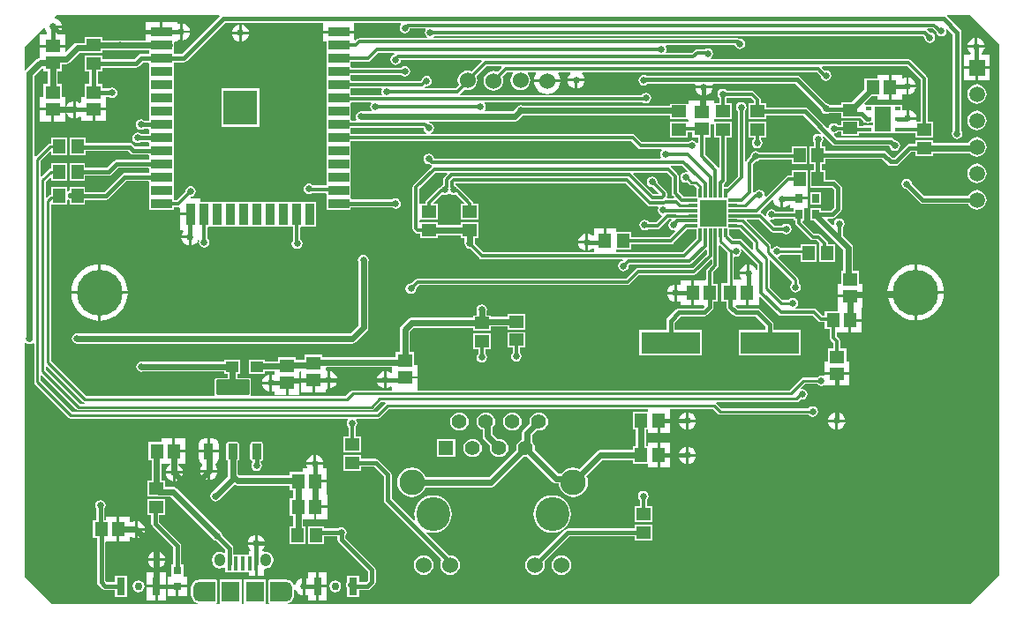
<source format=gtl>
G04*
G04 #@! TF.GenerationSoftware,Altium Limited,Altium Designer,19.1.5 (86)*
G04*
G04 Layer_Physical_Order=1*
G04 Layer_Color=255*
%FSLAX25Y25*%
%MOIN*%
G70*
G01*
G75*
%ADD10C,0.00984*%
%ADD12C,0.01181*%
%ADD52R,0.05512X0.05118*%
%ADD53R,0.04528X0.05315*%
%ADD54R,0.03150X0.06693*%
%ADD55R,0.03150X0.03150*%
G04:AMPARAMS|DCode=56|XSize=35.43mil|YSize=57.09mil|CornerRadius=1.95mil|HoleSize=0mil|Usage=FLASHONLY|Rotation=180.000|XOffset=0mil|YOffset=0mil|HoleType=Round|Shape=RoundedRectangle|*
%AMROUNDEDRECTD56*
21,1,0.03543,0.05319,0,0,180.0*
21,1,0.03154,0.05709,0,0,180.0*
1,1,0.00390,-0.01577,0.02659*
1,1,0.00390,0.01577,0.02659*
1,1,0.00390,0.01577,-0.02659*
1,1,0.00390,-0.01577,-0.02659*
%
%ADD56ROUNDEDRECTD56*%
G04:AMPARAMS|DCode=57|XSize=124.02mil|YSize=57.09mil|CornerRadius=2mil|HoleSize=0mil|Usage=FLASHONLY|Rotation=180.000|XOffset=0mil|YOffset=0mil|HoleType=Round|Shape=RoundedRectangle|*
%AMROUNDEDRECTD57*
21,1,0.12402,0.05309,0,0,180.0*
21,1,0.12002,0.05709,0,0,180.0*
1,1,0.00400,-0.06001,0.02655*
1,1,0.00400,0.06001,0.02655*
1,1,0.00400,0.06001,-0.02655*
1,1,0.00400,-0.06001,-0.02655*
%
%ADD57ROUNDEDRECTD57*%
%ADD58R,0.04528X0.03937*%
%ADD59R,0.09843X0.09843*%
G04:AMPARAMS|DCode=60|XSize=33.86mil|YSize=10.24mil|CornerRadius=0.36mil|HoleSize=0mil|Usage=FLASHONLY|Rotation=90.000|XOffset=0mil|YOffset=0mil|HoleType=Round|Shape=RoundedRectangle|*
%AMROUNDEDRECTD60*
21,1,0.03386,0.00952,0,0,90.0*
21,1,0.03314,0.01024,0,0,90.0*
1,1,0.00072,0.00476,0.01657*
1,1,0.00072,0.00476,-0.01657*
1,1,0.00072,-0.00476,-0.01657*
1,1,0.00072,-0.00476,0.01657*
%
%ADD60ROUNDEDRECTD60*%
G04:AMPARAMS|DCode=61|XSize=33.86mil|YSize=10.24mil|CornerRadius=0.36mil|HoleSize=0mil|Usage=FLASHONLY|Rotation=180.000|XOffset=0mil|YOffset=0mil|HoleType=Round|Shape=RoundedRectangle|*
%AMROUNDEDRECTD61*
21,1,0.03386,0.00952,0,0,180.0*
21,1,0.03314,0.01024,0,0,180.0*
1,1,0.00072,-0.01657,0.00476*
1,1,0.00072,0.01657,0.00476*
1,1,0.00072,0.01657,-0.00476*
1,1,0.00072,-0.01657,-0.00476*
%
%ADD61ROUNDEDRECTD61*%
%ADD62R,0.05315X0.04528*%
%ADD63R,0.05118X0.05512*%
%ADD64R,0.22047X0.08268*%
%ADD65R,0.02559X0.03347*%
%ADD66R,0.02362X0.01575*%
%ADD67R,0.05906X0.09449*%
%ADD68R,0.07874X0.03543*%
%ADD69R,0.03543X0.07874*%
%ADD70R,0.13110X0.13110*%
%ADD71R,0.01575X0.05315*%
%ADD72R,0.07087X0.07480*%
%ADD73C,0.01575*%
%ADD74C,0.02362*%
%ADD75C,0.01000*%
%ADD76C,0.01156*%
%ADD77C,0.01200*%
%ADD78C,0.01772*%
%ADD79C,0.01083*%
%ADD80C,0.01378*%
%ADD81C,0.01102*%
%ADD82R,0.06201X0.07480*%
%ADD83R,0.06201X0.07480*%
%ADD84C,0.02953*%
%ADD85C,0.05906*%
%ADD86R,0.05906X0.05906*%
%ADD87C,0.12795*%
%ADD88C,0.09626*%
%ADD89C,0.06024*%
%ADD90C,0.05504*%
%ADD91R,0.05504X0.05504*%
%ADD92C,0.17323*%
%ADD93O,0.04134X0.04921*%
%ADD94O,0.04724X0.07480*%
%ADD95C,0.02556*%
G36*
X23949Y223900D02*
X84422D01*
X84629Y223400D01*
X70457Y209228D01*
X67197D01*
Y209961D01*
X67197D01*
Y210039D01*
X67197D01*
Y211801D01*
X67258Y211892D01*
X67403Y212622D01*
X67276Y213260D01*
X67505Y213693D01*
X67554Y213760D01*
X68476D01*
Y214219D01*
X68892Y214497D01*
X69231Y214357D01*
X69585Y214310D01*
Y217520D01*
Y220729D01*
X69231Y220683D01*
X68892Y220542D01*
X68476Y220820D01*
Y221240D01*
X63065D01*
Y217500D01*
X62571D01*
Y217006D01*
X56665D01*
Y214344D01*
X47410D01*
X47100Y214405D01*
X46716Y214329D01*
X40347D01*
Y215398D01*
X33654D01*
Y213269D01*
X30799D01*
X30070Y213124D01*
X29451Y212710D01*
X26686Y209946D01*
X26224Y210137D01*
Y211655D01*
X16776D01*
Y207737D01*
X16144Y207612D01*
X15526Y207199D01*
X11447Y203120D01*
X11344Y202966D01*
X10844Y203118D01*
Y210795D01*
X10838Y210823D01*
X10925Y211925D01*
X17992Y218992D01*
X18465Y218831D01*
X18491Y218641D01*
X18818Y217851D01*
X19335Y217177D01*
X19311Y216986D01*
X19206Y216677D01*
X16776D01*
Y212644D01*
X26224D01*
Y216677D01*
X24101D01*
X23996Y216986D01*
X23972Y217177D01*
X24489Y217851D01*
X24816Y218641D01*
X24863Y218994D01*
X21654D01*
Y219982D01*
X24863D01*
X24816Y220336D01*
X24489Y221125D01*
X23969Y221804D01*
X23291Y222324D01*
X22501Y222651D01*
X22310Y222676D01*
X22150Y223150D01*
X22819Y223819D01*
X23921Y223905D01*
X23949Y223900D01*
D02*
G37*
G36*
X57945Y210039D02*
Y209961D01*
X57945D01*
Y209165D01*
X55059D01*
X55059Y209165D01*
X54445Y209043D01*
X53924Y208694D01*
X52390Y207161D01*
X40347D01*
Y208508D01*
X33654D01*
Y202602D01*
X35394D01*
Y197898D01*
X33555D01*
Y192878D01*
X32276D01*
Y190855D01*
X31776Y190609D01*
X31362Y190926D01*
X30572Y191253D01*
X30218Y191300D01*
Y188091D01*
Y184881D01*
X30572Y184928D01*
X31362Y185255D01*
X31776Y185572D01*
X32276Y185326D01*
Y183823D01*
X36506D01*
Y188350D01*
X37000D01*
Y188845D01*
X41724D01*
Y192878D01*
X42218Y192894D01*
X42863D01*
X43233Y192647D01*
X44000Y192494D01*
X44767Y192647D01*
X45418Y193082D01*
X45853Y193733D01*
X46005Y194500D01*
X45853Y195267D01*
X45418Y195918D01*
X44767Y196353D01*
X44000Y196505D01*
X43233Y196353D01*
X42863Y196106D01*
X40445D01*
Y197898D01*
X38606D01*
Y202602D01*
X40347D01*
Y203949D01*
X53055D01*
X53055Y203949D01*
X53670Y204072D01*
X54190Y204420D01*
X55724Y205953D01*
X57591D01*
X57945Y205600D01*
X57945Y205039D01*
X57945Y204539D01*
Y200461D01*
X57945Y200039D01*
X57945Y199539D01*
Y195461D01*
X57945Y195039D01*
X57945Y194539D01*
Y190461D01*
X57945Y190039D01*
X57945Y189539D01*
Y185461D01*
X57945Y185039D01*
X57945Y184539D01*
Y184005D01*
X56110D01*
X55590Y184353D01*
X54823Y184505D01*
X54055Y184353D01*
X53405Y183918D01*
X52970Y183267D01*
X52817Y182500D01*
X52970Y181732D01*
X53405Y181082D01*
X54055Y180647D01*
X54823Y180494D01*
X55590Y180647D01*
X56110Y180995D01*
X57591D01*
X57945Y180641D01*
X57945Y180039D01*
X57945Y179539D01*
Y178955D01*
X54813D01*
X54368Y179253D01*
X53600Y179405D01*
X52833Y179253D01*
X52182Y178818D01*
X51747Y178167D01*
X51595Y177400D01*
X51747Y176632D01*
X52182Y175982D01*
X52833Y175547D01*
X53600Y175394D01*
X54368Y175547D01*
X54962Y175945D01*
X57591D01*
X57945Y175591D01*
X57945Y175039D01*
X57945Y174418D01*
X57591Y174064D01*
X52565D01*
X51564Y175064D01*
X51076Y175391D01*
X50500Y175505D01*
X33850D01*
Y177446D01*
X27945D01*
Y170754D01*
X33850D01*
Y172495D01*
X49876D01*
X50876Y171495D01*
X51365Y171168D01*
X51941Y171054D01*
X51941Y171054D01*
X57591D01*
X57945Y170700D01*
X57945Y170039D01*
X57945Y169418D01*
X57591Y169064D01*
X45559D01*
X44983Y168950D01*
X44495Y168623D01*
X41976Y166105D01*
X33750D01*
Y167947D01*
X27845D01*
Y161253D01*
X33750D01*
Y163095D01*
X42600D01*
X43176Y163209D01*
X43664Y163536D01*
X46183Y166054D01*
X57591D01*
X57945Y165700D01*
X57945Y165039D01*
X57945Y164418D01*
X57591Y164064D01*
X48653D01*
X48653Y164064D01*
X48077Y163950D01*
X47588Y163623D01*
X40982Y157017D01*
X33750D01*
Y158846D01*
X27845D01*
Y157399D01*
X27361Y157303D01*
X26861Y157567D01*
Y158846D01*
X20955D01*
Y155912D01*
X20842D01*
X20378Y155820D01*
X19985Y155557D01*
X19391Y154963D01*
X18929Y155155D01*
Y160915D01*
X20493Y162479D01*
X20955Y162288D01*
Y161253D01*
X26861D01*
Y167947D01*
X20955D01*
Y165812D01*
X20899D01*
X20435Y165720D01*
X20042Y165457D01*
X17422Y162837D01*
X16960Y163029D01*
Y168789D01*
X20593Y172422D01*
X21055Y172231D01*
Y170754D01*
X26961D01*
Y177446D01*
X21055D01*
Y175312D01*
X20557D01*
X20093Y175220D01*
X19700Y174957D01*
X15202Y170460D01*
X14702Y170667D01*
Y200982D01*
X17555Y203835D01*
X18055Y203681D01*
Y202602D01*
X19593D01*
Y197748D01*
X18055D01*
Y192728D01*
X16776D01*
Y188695D01*
X21500D01*
Y188201D01*
X21994D01*
Y183673D01*
X26224D01*
Y186750D01*
X26724Y186850D01*
X26889Y186453D01*
X27409Y185775D01*
X28087Y185255D01*
X28877Y184928D01*
X29230Y184881D01*
Y188091D01*
Y191300D01*
X28877Y191253D01*
X28087Y190926D01*
X27409Y190406D01*
X26889Y189728D01*
X26724Y189331D01*
X26224Y189431D01*
Y192728D01*
X24945D01*
Y197748D01*
X23407D01*
Y202602D01*
X24945D01*
Y205322D01*
X26665D01*
X27395Y205467D01*
X28014Y205880D01*
X31589Y209455D01*
X35917D01*
X36101Y209492D01*
X40347D01*
Y210516D01*
X46491D01*
X47100Y210395D01*
X47783Y210530D01*
X57923D01*
X57945Y210039D01*
D02*
G37*
G36*
X150710Y208995D02*
X150697Y208945D01*
X150233Y208853D01*
X149582Y208418D01*
X149147Y207768D01*
X148995Y207000D01*
X149147Y206233D01*
X149582Y205582D01*
X150233Y205147D01*
X151000Y204995D01*
X151768Y205147D01*
X152418Y205582D01*
X152853Y206233D01*
X152973Y206839D01*
X183323D01*
X183530Y206340D01*
X179677Y202487D01*
X179116Y202720D01*
X178150Y202847D01*
X177183Y202720D01*
X176283Y202347D01*
X175510Y201754D01*
X174917Y200980D01*
X174544Y200080D01*
X174417Y199114D01*
X174544Y198148D01*
X174857Y197391D01*
X173653Y196186D01*
X162134D01*
X161984Y196494D01*
X161968Y196619D01*
X162330Y196968D01*
X162700Y196895D01*
X163468Y197047D01*
X164118Y197482D01*
X164553Y198133D01*
X164706Y198900D01*
X164553Y199668D01*
X164118Y200318D01*
X163468Y200753D01*
X162700Y200905D01*
X161933Y200753D01*
X161282Y200318D01*
X160847Y199668D01*
X160747Y199164D01*
X160451Y198868D01*
X134479D01*
X134126Y199221D01*
X134126Y199961D01*
X134126Y200461D01*
Y201258D01*
X153042D01*
X153117Y201145D01*
X153768Y200710D01*
X154535Y200557D01*
X155303Y200710D01*
X155954Y201145D01*
X156388Y201796D01*
X156541Y202563D01*
X156388Y203330D01*
X155954Y203981D01*
X155303Y204416D01*
X154535Y204569D01*
X153768Y204416D01*
X153117Y203981D01*
X153042Y203868D01*
X134479D01*
X134126Y204221D01*
X134126Y204961D01*
X134126Y205461D01*
Y206255D01*
X140559D01*
X141058Y206354D01*
X141482Y206637D01*
X144340Y209495D01*
X150325D01*
X150710Y208995D01*
D02*
G37*
G36*
X349195Y199460D02*
Y183398D01*
X347755D01*
X347477Y183813D01*
X347553Y183995D01*
X347599Y184348D01*
X344390D01*
Y184843D01*
X343896D01*
Y188052D01*
X343542Y188005D01*
X342882Y187732D01*
X342382Y187961D01*
Y189913D01*
X328266D01*
X328059Y190413D01*
X330700Y193055D01*
X333122D01*
Y191776D01*
X337156D01*
Y196500D01*
Y201224D01*
X333122D01*
Y199945D01*
X328102D01*
Y195850D01*
X323150Y190898D01*
X319153D01*
Y189818D01*
X314985D01*
X314918Y189918D01*
X314267Y190353D01*
X313654Y190475D01*
X303657Y200472D01*
X303168Y200799D01*
X302592Y200913D01*
X245686D01*
X245471Y201057D01*
X244704Y201209D01*
X243936Y201057D01*
X243286Y200622D01*
X242851Y199971D01*
X242699Y199204D01*
X242851Y198436D01*
X243286Y197786D01*
X243936Y197351D01*
X244704Y197198D01*
X245471Y197351D01*
X246122Y197786D01*
X246200Y197903D01*
X264016D01*
X264293Y197487D01*
X264258Y197403D01*
X264212Y197049D01*
X270631D01*
X270584Y197403D01*
X270549Y197487D01*
X270827Y197903D01*
X301969D01*
X311525Y188346D01*
X311647Y187733D01*
X312082Y187082D01*
X312733Y186647D01*
X313500Y186495D01*
X314267Y186647D01*
X314507Y186807D01*
X319153D01*
Y184992D01*
X323831D01*
X323976Y184963D01*
X323976Y184963D01*
X326502D01*
X327618Y183848D01*
Y183024D01*
X328949D01*
X329095Y182995D01*
X329488D01*
X329634Y183024D01*
X331358D01*
Y182039D01*
X327618D01*
Y181868D01*
X325847D01*
Y184008D01*
X319153D01*
Y182305D01*
X317994D01*
X317918Y182418D01*
X317267Y182853D01*
X316500Y183005D01*
X315733Y182853D01*
X315082Y182418D01*
X314647Y181767D01*
X314551Y181285D01*
X314009Y181120D01*
X306620Y188509D01*
X306131Y188836D01*
X305555Y188950D01*
X290846D01*
Y190398D01*
X288814D01*
Y192000D01*
X288714Y192503D01*
X288429Y192929D01*
X286429Y194929D01*
X286003Y195214D01*
X285500Y195314D01*
X275987D01*
X275918Y195418D01*
X275268Y195853D01*
X274500Y196005D01*
X273732Y195853D01*
X273082Y195418D01*
X272647Y194767D01*
X272495Y194000D01*
X272647Y193233D01*
X273082Y192582D01*
X273186Y192513D01*
Y190398D01*
X271224D01*
Y191677D01*
X266994D01*
Y187150D01*
X266006D01*
Y191677D01*
X261776D01*
Y190514D01*
X261347Y190342D01*
Y190342D01*
X254654D01*
Y189665D01*
X199108D01*
X198425Y189801D01*
X197658Y189648D01*
X197007Y189213D01*
X196832Y188951D01*
X195288Y187407D01*
X184923D01*
X184656Y187907D01*
X184924Y188307D01*
X185076Y189075D01*
X184924Y189842D01*
X184550Y190402D01*
X184709Y190902D01*
X244352D01*
X244732Y190647D01*
X245500Y190495D01*
X246268Y190647D01*
X246918Y191082D01*
X247353Y191733D01*
X247505Y192500D01*
X247353Y193268D01*
X246918Y193918D01*
X246268Y194353D01*
X245500Y194506D01*
X244732Y194353D01*
X244082Y193918D01*
X243810Y193511D01*
X208398D01*
X208366Y194011D01*
X209561Y194168D01*
X210773Y194670D01*
X211813Y195468D01*
X212612Y196509D01*
X213113Y197720D01*
X213220Y198526D01*
X203303D01*
X203409Y197720D01*
X203911Y196509D01*
X204709Y195468D01*
X205750Y194670D01*
X206961Y194168D01*
X208157Y194011D01*
X208124Y193511D01*
X175344D01*
X175198Y193798D01*
X175167Y194011D01*
X176817Y195661D01*
X177183Y195509D01*
X178150Y195381D01*
X179116Y195509D01*
X180016Y195881D01*
X180789Y196475D01*
X181382Y197248D01*
X181755Y198148D01*
X181882Y199114D01*
X181755Y200080D01*
X181523Y200642D01*
X185376Y204495D01*
X190920D01*
X191127Y203995D01*
X189520Y202389D01*
X188958Y202621D01*
X187992Y202748D01*
X187026Y202621D01*
X186126Y202248D01*
X185353Y201655D01*
X184759Y200882D01*
X184387Y199982D01*
X184259Y199016D01*
X184387Y198050D01*
X184759Y197149D01*
X185353Y196376D01*
X186126Y195783D01*
X187026Y195410D01*
X187992Y195283D01*
X188958Y195410D01*
X189858Y195783D01*
X190632Y196376D01*
X191225Y197149D01*
X191598Y198050D01*
X191725Y199016D01*
X191598Y199982D01*
X191365Y200544D01*
X193021Y202199D01*
X195339D01*
X195449Y201699D01*
X194897Y200980D01*
X194524Y200080D01*
X194397Y199114D01*
X194524Y198148D01*
X194897Y197248D01*
X195491Y196475D01*
X196264Y195881D01*
X197164Y195509D01*
X198130Y195381D01*
X199096Y195509D01*
X199996Y195881D01*
X200769Y196475D01*
X201363Y197248D01*
X201735Y198148D01*
X201863Y199114D01*
X201735Y200080D01*
X201363Y200980D01*
X200811Y201699D01*
X200921Y202199D01*
X203858D01*
X204079Y201751D01*
X203911Y201532D01*
X203409Y200321D01*
X203303Y199515D01*
X213220D01*
X213113Y200321D01*
X212612Y201532D01*
X212444Y201751D01*
X212665Y202199D01*
X216803D01*
X216972Y201699D01*
X216878Y201626D01*
X216357Y200948D01*
X216030Y200159D01*
X215984Y199805D01*
X222402D01*
X222356Y200159D01*
X222029Y200948D01*
X221508Y201626D01*
X221413Y201699D01*
X221583Y202199D01*
X310084D01*
X311547Y200736D01*
X311647Y200233D01*
X312082Y199582D01*
X312733Y199147D01*
X313500Y198995D01*
X314267Y199147D01*
X314918Y199582D01*
X315353Y200233D01*
X315506Y201000D01*
X315353Y201767D01*
X314918Y202418D01*
X314267Y202853D01*
X313500Y203006D01*
X313056Y202917D01*
X311978Y203995D01*
X312185Y204495D01*
X344160D01*
X349195Y199460D01*
D02*
G37*
G36*
X145897Y195817D02*
X145785Y195649D01*
X145632Y194882D01*
X145785Y194114D01*
X145894Y193952D01*
X145658Y193511D01*
X134126D01*
Y194961D01*
X134126D01*
Y195039D01*
X134126D01*
Y196258D01*
X145662D01*
X145897Y195817D01*
D02*
G37*
G36*
X141843Y190402D02*
X141553Y189968D01*
X141400Y189200D01*
X141553Y188433D01*
X141904Y187907D01*
X141718Y187407D01*
X138396D01*
X137900Y187505D01*
X137133Y187353D01*
X136482Y186918D01*
X136047Y186267D01*
X135895Y185500D01*
X136047Y184732D01*
X136252Y184427D01*
X135984Y183927D01*
X134479D01*
X134126Y184280D01*
X134126Y184961D01*
X134126Y185461D01*
Y189539D01*
X134126Y189961D01*
X134126Y190548D01*
X134479Y190902D01*
X141580D01*
X141843Y190402D01*
D02*
G37*
G36*
X161495Y181102D02*
X161647Y180335D01*
X162082Y179684D01*
X162650Y179305D01*
X162614Y178931D01*
X162567Y178805D01*
X134126D01*
Y179961D01*
X134126D01*
Y180039D01*
X134126D01*
Y181317D01*
X161028D01*
X161495Y181102D01*
D02*
G37*
G36*
X368003Y223797D02*
X379000Y212800D01*
X379009D01*
X379121Y211382D01*
X379117Y211360D01*
Y14142D01*
X379122Y14115D01*
X378977Y12277D01*
X367939Y1239D01*
X366102Y1095D01*
X366074Y1100D01*
X110164D01*
X110132Y1600D01*
X110507Y1649D01*
X111249Y1957D01*
X111886Y2446D01*
X112375Y3083D01*
X112683Y3825D01*
X112788Y4622D01*
Y6484D01*
X113288Y6583D01*
X113472Y6138D01*
X113993Y5460D01*
X114671Y4940D01*
X115460Y4613D01*
X115814Y4566D01*
Y7776D01*
Y10985D01*
X115460Y10938D01*
X114671Y10611D01*
X113993Y10091D01*
X113472Y9413D01*
X113145Y8623D01*
X113119Y8428D01*
X112606Y8360D01*
X112375Y8917D01*
X111886Y9554D01*
X111249Y10043D01*
X110507Y10351D01*
X109710Y10456D01*
X109613Y10443D01*
X103509D01*
X103241Y10389D01*
X103013Y10237D01*
X102860Y10009D01*
X102807Y9740D01*
Y2260D01*
X102860Y1991D01*
X103013Y1763D01*
X103241Y1611D01*
X103295Y1600D01*
X103246Y1100D01*
X102103D01*
X102033Y1571D01*
X102033Y1600D01*
Y10429D01*
X93568D01*
Y1600D01*
X93568Y1571D01*
X93526Y1287D01*
X93020D01*
X92978Y1571D01*
X92978Y1600D01*
Y10429D01*
X84513D01*
Y1600D01*
X84513Y1571D01*
X84443Y1100D01*
X83301D01*
X83252Y1600D01*
X83306Y1611D01*
X83534Y1763D01*
X83686Y1991D01*
X83740Y2260D01*
Y9740D01*
X83686Y10009D01*
X83534Y10237D01*
X83306Y10389D01*
X83037Y10443D01*
X76934D01*
X76836Y10456D01*
X76040Y10351D01*
X75297Y10043D01*
X74660Y9554D01*
X74171Y8917D01*
X73864Y8174D01*
X73759Y7378D01*
Y4622D01*
X73864Y3825D01*
X74171Y3083D01*
X74660Y2446D01*
X75297Y1957D01*
X76040Y1649D01*
X76415Y1600D01*
X76382Y1100D01*
X23516D01*
X23493Y1095D01*
X21533Y1250D01*
X21161Y1339D01*
X11083Y11417D01*
X10994Y11789D01*
X10840Y13749D01*
X10844Y13772D01*
Y99858D01*
X11344Y100009D01*
X11377Y99960D01*
X12028Y99525D01*
X12795Y99373D01*
X13563Y99525D01*
X14036Y99841D01*
X14536Y99611D01*
Y85052D01*
X14628Y84588D01*
X14891Y84195D01*
X27443Y71643D01*
X27836Y71380D01*
X28300Y71288D01*
X132804D01*
X132995Y70788D01*
X132647Y70267D01*
X132494Y69500D01*
X132647Y68733D01*
X133082Y68082D01*
X133195Y68006D01*
Y64398D01*
X131154D01*
Y58492D01*
X137847D01*
Y64398D01*
X135805D01*
Y68006D01*
X135918Y68082D01*
X136353Y68733D01*
X136505Y69500D01*
X136353Y70267D01*
X136005Y70788D01*
X136196Y71288D01*
X144300D01*
X144764Y71380D01*
X145157Y71643D01*
X148402Y74888D01*
X246213D01*
Y73847D01*
X240602D01*
Y67154D01*
X241648D01*
Y60847D01*
X240602D01*
Y59407D01*
X228397D01*
X227667Y59262D01*
X227049Y58848D01*
X220426Y52226D01*
X219558Y52586D01*
X218122Y52775D01*
X216686Y52586D01*
X215347Y52031D01*
X214198Y51149D01*
X213717Y50522D01*
X212502D01*
X203491Y59533D01*
X203581Y60217D01*
X203463Y61116D01*
X203116Y61953D01*
X202566Y62670D01*
Y64976D01*
X204426Y66837D01*
X205110Y66747D01*
X206009Y66865D01*
X206846Y67212D01*
X207564Y67763D01*
X208116Y68482D01*
X208463Y69319D01*
X208581Y70217D01*
X208463Y71116D01*
X208116Y71953D01*
X207564Y72671D01*
X206846Y73223D01*
X206009Y73570D01*
X205110Y73688D01*
X204212Y73570D01*
X203375Y73223D01*
X202656Y72671D01*
X202105Y71953D01*
X201758Y71116D01*
X201640Y70217D01*
X201730Y69533D01*
X199311Y67114D01*
X198897Y66496D01*
X198752Y65766D01*
Y63379D01*
X198375Y63223D01*
X197656Y62671D01*
X197105Y61953D01*
X196758Y61116D01*
X196640Y60217D01*
X196730Y59533D01*
X186328Y49132D01*
X162303D01*
X161944Y50000D01*
X161062Y51149D01*
X159913Y52031D01*
X158574Y52586D01*
X157138Y52775D01*
X155701Y52586D01*
X154363Y52031D01*
X153214Y51149D01*
X152332Y50000D01*
X151777Y48662D01*
X151588Y47225D01*
X151777Y45789D01*
X152332Y44451D01*
X153214Y43301D01*
X154363Y42419D01*
X155701Y41865D01*
X157138Y41676D01*
X158574Y41865D01*
X159913Y42419D01*
X161062Y43301D01*
X161944Y44451D01*
X162303Y45318D01*
X187118D01*
X187848Y45464D01*
X188466Y45877D01*
X199426Y56837D01*
X200110Y56747D01*
X200794Y56837D01*
X210364Y47267D01*
X210983Y46854D01*
X211713Y46708D01*
X212641D01*
X212762Y45789D01*
X213316Y44451D01*
X214198Y43301D01*
X215347Y42419D01*
X216686Y41865D01*
X218122Y41676D01*
X219558Y41865D01*
X220897Y42419D01*
X222046Y43301D01*
X222928Y44451D01*
X223482Y45789D01*
X223672Y47225D01*
X223482Y48662D01*
X223123Y49529D01*
X229187Y55593D01*
X240602D01*
Y54154D01*
X246213D01*
Y52874D01*
X249951D01*
Y57500D01*
Y62126D01*
X246213D01*
Y60847D01*
X245462D01*
Y67154D01*
X246213D01*
Y65874D01*
X249951D01*
Y70500D01*
X250445D01*
Y70994D01*
X254677D01*
Y74888D01*
X270898D01*
X272643Y73143D01*
X273036Y72880D01*
X273500Y72788D01*
X306944D01*
X307082Y72582D01*
X307733Y72147D01*
X308500Y71995D01*
X309267Y72147D01*
X309918Y72582D01*
X310353Y73233D01*
X310506Y74000D01*
X310353Y74768D01*
X309918Y75418D01*
X309267Y75853D01*
X308500Y76006D01*
X307733Y75853D01*
X307082Y75418D01*
X306944Y75212D01*
X274002D01*
X272257Y76957D01*
X272062Y77088D01*
X272214Y77588D01*
X302379D01*
X302843Y77680D01*
X303236Y77943D01*
X303906Y78613D01*
X304500Y78495D01*
X305268Y78647D01*
X305918Y79082D01*
X306353Y79733D01*
X306505Y80500D01*
X306353Y81267D01*
X305918Y81918D01*
X305268Y82353D01*
X304500Y82506D01*
X304271Y82460D01*
X304025Y82921D01*
X305492Y84388D01*
X310144D01*
X310282Y84182D01*
X310932Y83747D01*
X311700Y83595D01*
X312468Y83747D01*
X312756Y83940D01*
X312976Y83823D01*
Y83823D01*
X317206D01*
Y87856D01*
X312976D01*
Y87644D01*
X312535Y87408D01*
X312468Y87453D01*
X311700Y87606D01*
X310932Y87453D01*
X310282Y87018D01*
X310144Y86812D01*
X304990D01*
X304526Y86720D01*
X304133Y86457D01*
X299688Y82012D01*
X159596D01*
X159224Y82323D01*
X159224Y82512D01*
Y86356D01*
X154500D01*
Y87344D01*
X159224D01*
Y91378D01*
X157945D01*
Y96398D01*
X156407D01*
Y104210D01*
X157790Y105593D01*
X180154D01*
Y104437D01*
X186846D01*
Y106038D01*
X193154D01*
Y104992D01*
X199846D01*
Y110898D01*
X193154D01*
Y109852D01*
X186846D01*
Y110343D01*
X185407D01*
Y112004D01*
X185505Y112500D01*
X185353Y113268D01*
X184918Y113918D01*
X184267Y114353D01*
X183500Y114506D01*
X182732Y114353D01*
X182082Y113918D01*
X181647Y113268D01*
X181494Y112500D01*
X181593Y112004D01*
Y110343D01*
X180154D01*
Y109407D01*
X157000D01*
X156270Y109262D01*
X155652Y108848D01*
X153152Y106348D01*
X152738Y105730D01*
X152593Y105000D01*
Y96398D01*
X151055D01*
Y94556D01*
X123445D01*
Y95398D01*
X116555D01*
Y93556D01*
X113445D01*
Y94398D01*
X106555D01*
Y92981D01*
X101579D01*
Y93657D01*
X95673D01*
Y88342D01*
X101579D01*
Y89168D01*
X105276D01*
Y88211D01*
X104860Y87933D01*
X104686Y88005D01*
X104333Y88052D01*
Y84842D01*
Y81633D01*
X104686Y81680D01*
X104860Y81752D01*
X105276Y81474D01*
Y80323D01*
X109506D01*
Y84850D01*
X110000D01*
Y85344D01*
X114724D01*
Y88920D01*
X115224Y89264D01*
X115276Y89244D01*
Y86344D01*
X120000D01*
Y85850D01*
X120494D01*
Y81323D01*
X124724D01*
Y82297D01*
X125195Y82687D01*
Y85925D01*
Y89163D01*
X124724Y89554D01*
Y90378D01*
X125050Y90743D01*
X149776D01*
Y88584D01*
X149276Y88367D01*
X148762Y88761D01*
X147973Y89088D01*
X147619Y89135D01*
Y85925D01*
Y82716D01*
X147973Y82762D01*
X148762Y83089D01*
X149276Y83483D01*
X149776Y83266D01*
X149776Y82323D01*
X149404Y82012D01*
X134900D01*
X134436Y81920D01*
X134043Y81657D01*
X132098Y79712D01*
X96677D01*
X96553Y79856D01*
X96359Y80212D01*
X96407Y80452D01*
Y85761D01*
X96338Y86108D01*
X96142Y86402D01*
X95848Y86598D01*
X95501Y86667D01*
X91281D01*
Y88342D01*
X92327D01*
Y93657D01*
X86421D01*
Y92844D01*
X55310D01*
X55000Y92905D01*
X54233Y92753D01*
X53582Y92318D01*
X53147Y91667D01*
X52995Y90900D01*
X53147Y90132D01*
X53582Y89482D01*
X54233Y89047D01*
X55000Y88894D01*
X55683Y89030D01*
X86421D01*
Y88342D01*
X87467D01*
Y86667D01*
X83499D01*
X83152Y86598D01*
X82858Y86402D01*
X82662Y86108D01*
X82593Y85761D01*
Y80452D01*
X82640Y80212D01*
X82447Y79856D01*
X82323Y79712D01*
X34207D01*
X20897Y93022D01*
Y151678D01*
X20955Y152154D01*
X26861D01*
Y153826D01*
X27361Y154091D01*
X27845Y153995D01*
Y152154D01*
X33750D01*
Y154007D01*
X41605D01*
X42182Y154121D01*
X42670Y154447D01*
X49276Y161054D01*
X57591D01*
X57945Y160700D01*
X57945Y160039D01*
X57945Y159539D01*
Y155461D01*
X57945Y155039D01*
X57945Y154539D01*
Y150039D01*
X67197D01*
Y151095D01*
X68900D01*
X69295Y151174D01*
X69795Y150885D01*
Y149057D01*
X73535D01*
Y148069D01*
X69795D01*
Y142657D01*
X70748D01*
X70920Y142157D01*
X70491Y141598D01*
X70164Y140808D01*
X70117Y140455D01*
X73327D01*
Y139961D01*
X73821D01*
Y136751D01*
X74174Y136798D01*
X74964Y137125D01*
X75642Y137645D01*
X76162Y138323D01*
X76329Y138725D01*
X76810Y138579D01*
X76695Y138000D01*
X76847Y137232D01*
X77282Y136582D01*
X77933Y136147D01*
X78700Y135995D01*
X79467Y136147D01*
X80118Y136582D01*
X80553Y137232D01*
X80705Y138000D01*
X80553Y138768D01*
X80118Y139418D01*
X80023Y139482D01*
Y143583D01*
X80376Y143937D01*
X80996Y143937D01*
X81496Y143937D01*
X85575D01*
X85996Y143937D01*
X86496Y143937D01*
X90575D01*
X90996Y143937D01*
X91496Y143937D01*
X95575D01*
X95996Y143937D01*
X96496Y143937D01*
X100575D01*
X100996Y143937D01*
X101496Y143937D01*
X105575D01*
X105996Y143937D01*
X106496Y143937D01*
X110575D01*
X110996Y143937D01*
X111496Y143937D01*
X112263D01*
Y138640D01*
X111947Y138168D01*
X111794Y137400D01*
X111947Y136633D01*
X112382Y135982D01*
X113032Y135547D01*
X113800Y135395D01*
X114567Y135547D01*
X115218Y135982D01*
X115653Y136633D01*
X115805Y137400D01*
X115653Y138168D01*
X115218Y138818D01*
X115073Y138915D01*
Y143583D01*
X115426Y143937D01*
X115996Y143937D01*
X116496Y143937D01*
X120996D01*
Y153189D01*
X116496D01*
X116075Y153189D01*
X115575Y153189D01*
X111496D01*
X111075Y153189D01*
X110575Y153189D01*
X106496D01*
X106075Y153189D01*
X105575Y153189D01*
X101496D01*
X101075Y153189D01*
X100575Y153189D01*
X96496D01*
X96075Y153189D01*
X95575Y153189D01*
X91496D01*
X91075Y153189D01*
X90575Y153189D01*
X86496D01*
X86075Y153189D01*
X85575Y153189D01*
X81496D01*
X81075Y153189D01*
X80575Y153189D01*
X77276D01*
Y154469D01*
X73774D01*
X73523Y154969D01*
X73689Y155212D01*
X74367Y155347D01*
X75018Y155782D01*
X75453Y156432D01*
X75605Y157200D01*
X75453Y157967D01*
X75018Y158618D01*
X74367Y159053D01*
X73600Y159205D01*
X72833Y159053D01*
X72182Y158618D01*
X71747Y157967D01*
X71595Y157200D01*
X71598Y157185D01*
X68318Y153905D01*
X67550D01*
X67197Y154259D01*
X67197Y154961D01*
X67197Y155461D01*
Y159539D01*
X67197Y159961D01*
X67197Y160461D01*
Y164539D01*
X67197Y164961D01*
X67197Y165461D01*
Y169539D01*
X67197Y169961D01*
X67197Y170461D01*
Y174539D01*
X67197Y174961D01*
X67197Y175461D01*
Y179539D01*
X67197Y179961D01*
X67197Y180461D01*
Y184539D01*
X67197Y184961D01*
X67197Y185461D01*
Y189539D01*
X67197Y189961D01*
X67197Y190461D01*
Y194539D01*
X67197Y194961D01*
X67197Y195461D01*
Y199539D01*
X67197Y199961D01*
X67197Y200461D01*
Y204539D01*
X67197Y204961D01*
X67197Y205461D01*
Y206016D01*
X71122D01*
X71122Y206016D01*
X71737Y206139D01*
X72257Y206487D01*
X86606Y220835D01*
X123594D01*
Y217994D01*
X135406D01*
Y220835D01*
X152875D01*
X153027Y220335D01*
X152647Y219767D01*
X152495Y219000D01*
X152647Y218232D01*
X153082Y217582D01*
X153733Y217147D01*
X154500Y216995D01*
X155268Y217147D01*
X155918Y217582D01*
X156353Y218232D01*
X156445Y218695D01*
X162132D01*
X162399Y218195D01*
X162247Y217968D01*
X162094Y217200D01*
X162247Y216432D01*
X162682Y215782D01*
X162947Y215605D01*
X162796Y215105D01*
X137300D01*
X136801Y215005D01*
X136378Y214722D01*
X135906Y214250D01*
X135406Y214458D01*
Y217006D01*
X123594D01*
Y213760D01*
X124874D01*
Y210039D01*
X124874D01*
Y209961D01*
X124874D01*
Y205461D01*
X124874Y205039D01*
X124874Y204539D01*
Y200461D01*
X124874Y200039D01*
X124874Y199539D01*
Y195039D01*
X124874D01*
Y194961D01*
X124874D01*
Y190461D01*
X124874Y190039D01*
X124874Y189539D01*
Y185461D01*
X124874Y185039D01*
X124874Y184539D01*
Y180039D01*
X124874D01*
Y179961D01*
X124874D01*
Y175461D01*
X124874Y175039D01*
X124874Y174539D01*
Y170461D01*
X124874Y170039D01*
X124874Y169539D01*
Y165461D01*
X124874Y165039D01*
X124874Y164539D01*
Y160461D01*
X124874Y160039D01*
Y159733D01*
X124521Y159380D01*
X119877D01*
X119718Y159618D01*
X119068Y160053D01*
X118300Y160205D01*
X117533Y160053D01*
X116882Y159618D01*
X116447Y158967D01*
X116295Y158200D01*
X116447Y157432D01*
X116882Y156782D01*
X117533Y156347D01*
X118300Y156194D01*
X119068Y156347D01*
X119400Y156570D01*
X124521D01*
X124874Y156216D01*
X124874Y155039D01*
X124874Y154539D01*
Y150039D01*
X134126D01*
Y151087D01*
X149704D01*
X150268Y150710D01*
X151035Y150557D01*
X151803Y150710D01*
X152453Y151145D01*
X152888Y151795D01*
X153041Y152563D01*
X152888Y153330D01*
X152453Y153981D01*
X151803Y154416D01*
X151035Y154569D01*
X150268Y154416D01*
X149792Y154098D01*
X134479D01*
X134126Y154451D01*
X134126Y154961D01*
X134126Y155461D01*
Y159539D01*
X134126Y159961D01*
X134126Y160461D01*
Y164539D01*
X134126Y164961D01*
X134126Y165461D01*
Y169539D01*
X134126Y169961D01*
X134126Y170461D01*
Y174539D01*
X134126Y174961D01*
X134126Y175461D01*
Y176195D01*
X239960D01*
X242578Y173577D01*
X243001Y173295D01*
X243500Y173195D01*
X251409D01*
X251561Y172695D01*
X251535Y172678D01*
X251100Y172027D01*
X250947Y171260D01*
X251100Y170492D01*
X251354Y170112D01*
X251087Y169612D01*
X165483D01*
X165353Y170267D01*
X164918Y170918D01*
X164268Y171353D01*
X163500Y171505D01*
X162733Y171353D01*
X162082Y170918D01*
X161647Y170267D01*
X161495Y169500D01*
X161647Y168733D01*
X162082Y168082D01*
X162733Y167647D01*
X163500Y167494D01*
X163634Y167521D01*
X163770Y167385D01*
X164194Y167102D01*
X164579Y167025D01*
X164695Y166718D01*
X164697Y166502D01*
X164577Y166422D01*
X157769Y159614D01*
X157487Y159191D01*
X157387Y158692D01*
Y143308D01*
X157487Y142809D01*
X157769Y142386D01*
X158522Y141633D01*
X158946Y141350D01*
X159445Y141251D01*
X160153D01*
Y139602D01*
X166847D01*
Y140648D01*
X175654D01*
Y139602D01*
X177093D01*
Y137996D01*
X176995Y137500D01*
X177147Y136732D01*
X177582Y136082D01*
X178233Y135647D01*
X179000Y135494D01*
X179134Y135521D01*
X182703Y131951D01*
X183127Y131669D01*
X183626Y131569D01*
X236593D01*
X236856Y131069D01*
X236782Y130962D01*
X236232Y130853D01*
X235582Y130418D01*
X235147Y129768D01*
X234995Y129000D01*
X235147Y128233D01*
X235582Y127582D01*
X236232Y127147D01*
X237000Y126995D01*
X237768Y127147D01*
X238418Y127582D01*
X238853Y128233D01*
X239005Y129000D01*
X238979Y129134D01*
X239446Y129601D01*
X262078D01*
X262577Y129700D01*
X263000Y129983D01*
X268049Y135032D01*
X268511Y134840D01*
Y133545D01*
X263239Y128273D01*
X242469D01*
X241969Y128174D01*
X241546Y127891D01*
X237960Y124305D01*
X159400D01*
X158901Y124205D01*
X158477Y123923D01*
X156934Y122379D01*
X156800Y122406D01*
X156033Y122253D01*
X155382Y121818D01*
X154947Y121168D01*
X154795Y120400D01*
X154947Y119632D01*
X155382Y118982D01*
X156033Y118547D01*
X156800Y118394D01*
X157568Y118547D01*
X158218Y118982D01*
X158653Y119632D01*
X158806Y120400D01*
X158779Y120534D01*
X159940Y121695D01*
X238500D01*
X238999Y121795D01*
X239422Y122078D01*
X243009Y125664D01*
X263779D01*
X264279Y125763D01*
X264702Y126046D01*
X270018Y131362D01*
X270480Y131170D01*
Y129825D01*
X268578Y127922D01*
X268295Y127499D01*
X268195Y127000D01*
Y123704D01*
X267728Y123624D01*
Y123624D01*
X263695D01*
Y118900D01*
Y114176D01*
X267340D01*
X267547Y113676D01*
X266877Y113005D01*
X258000D01*
X257424Y112891D01*
X256936Y112564D01*
X253735Y109364D01*
X253409Y108875D01*
X253294Y108299D01*
Y104723D01*
X243087D01*
Y95077D01*
X266512D01*
Y104723D01*
X256305D01*
Y107676D01*
X258624Y109995D01*
X267500D01*
X268076Y110109D01*
X268564Y110436D01*
X270564Y112436D01*
X270891Y112924D01*
X271005Y113500D01*
X271005Y113500D01*
Y115455D01*
X272748D01*
Y122345D01*
X270805D01*
Y126460D01*
X272707Y128362D01*
X272990Y128785D01*
X273089Y129284D01*
Y136544D01*
X273551Y136735D01*
X276288Y133998D01*
Y122445D01*
X274102D01*
Y115555D01*
X275845D01*
Y113650D01*
X275960Y113074D01*
X276286Y112585D01*
X278436Y110436D01*
X278924Y110109D01*
X279500Y109995D01*
X286877D01*
X290696Y106176D01*
Y104723D01*
X280488D01*
Y95077D01*
X303913D01*
Y104723D01*
X293706D01*
Y106799D01*
X293591Y107375D01*
X293265Y107864D01*
X288564Y112564D01*
X288076Y112891D01*
X287500Y113005D01*
X280123D01*
X279353Y113776D01*
X279560Y114276D01*
X283155D01*
Y119000D01*
X284144D01*
Y114276D01*
X288177D01*
Y117325D01*
X288639Y117516D01*
X295578Y110577D01*
X296001Y110295D01*
X296500Y110195D01*
X308460D01*
X310578Y108078D01*
X311001Y107795D01*
X311500Y107695D01*
X312953D01*
Y105055D01*
X314896D01*
Y101899D01*
X314996Y101400D01*
X315278Y100977D01*
X316395Y99860D01*
Y97898D01*
X314255D01*
Y92878D01*
X312976D01*
Y88845D01*
X317700D01*
X322424D01*
Y92878D01*
X321145D01*
Y97898D01*
X319005D01*
Y100400D01*
X318905Y100899D01*
X318622Y101322D01*
X317505Y102440D01*
Y103696D01*
X317972Y103776D01*
Y103776D01*
X322006D01*
Y108500D01*
X322500D01*
Y108994D01*
X327028D01*
Y113123D01*
X327324D01*
Y117156D01*
X322600D01*
X317876D01*
Y113123D01*
X317972D01*
Y111945D01*
X312953D01*
Y110305D01*
X312040D01*
X309923Y112423D01*
X309499Y112705D01*
X309000Y112805D01*
X302155D01*
X302003Y113305D01*
X302418Y113582D01*
X302853Y114233D01*
X303006Y115000D01*
X302853Y115768D01*
X302418Y116418D01*
X301767Y116853D01*
X301000Y117006D01*
X300233Y116853D01*
X299582Y116418D01*
X299444Y116212D01*
X297002D01*
X292212Y121002D01*
Y131151D01*
X292674Y131342D01*
X300740Y123276D01*
Y122524D01*
X300582Y122418D01*
X300147Y121767D01*
X299994Y121000D01*
X300147Y120232D01*
X300582Y119582D01*
X301233Y119147D01*
X302000Y118994D01*
X302767Y119147D01*
X303418Y119582D01*
X303853Y120232D01*
X304006Y121000D01*
X303853Y121767D01*
X303418Y122418D01*
X303165Y122587D01*
Y123778D01*
X303073Y124242D01*
X302810Y124635D01*
X295384Y132061D01*
X295549Y132604D01*
X295767Y132647D01*
X296418Y133082D01*
X296556Y133288D01*
X304102D01*
Y130654D01*
X310008D01*
Y137346D01*
X304102D01*
Y135712D01*
X296556D01*
X296418Y135918D01*
X295767Y136353D01*
X295000Y136505D01*
X294233Y136353D01*
X293582Y135918D01*
X293248Y135418D01*
X292748Y135570D01*
Y136505D01*
X292655Y136969D01*
X292393Y137362D01*
X283531Y146224D01*
X283722Y146686D01*
X287956D01*
X292571Y142071D01*
X292997Y141786D01*
X293500Y141686D01*
X297013D01*
X297082Y141582D01*
X297732Y141147D01*
X298500Y140995D01*
X299268Y141147D01*
X299918Y141582D01*
X300353Y142233D01*
X300505Y143000D01*
X300353Y143767D01*
X299918Y144418D01*
X299268Y144853D01*
X298500Y145006D01*
X297732Y144853D01*
X297082Y144418D01*
X297013Y144314D01*
X294044D01*
X292218Y146140D01*
X292465Y146601D01*
X293000Y146494D01*
X293767Y146647D01*
X294175Y146920D01*
X301284D01*
Y146087D01*
X301947D01*
Y145248D01*
X302047Y144749D01*
X302329Y144325D01*
X307577Y139077D01*
X308001Y138795D01*
X308500Y138695D01*
X309960D01*
X310848Y137807D01*
X310992Y137346D01*
X310992D01*
X310992Y137346D01*
Y130654D01*
X316898D01*
Y137346D01*
X314305D01*
Y137500D01*
X314205Y137999D01*
X313923Y138423D01*
X311422Y140922D01*
X310999Y141205D01*
X310500Y141305D01*
X309040D01*
X304758Y145587D01*
X304965Y146087D01*
X305221D01*
X305221Y150811D01*
X305680Y150909D01*
X306500D01*
Y154057D01*
X303252D01*
Y155045D01*
X306500D01*
Y158193D01*
X306500D01*
X306508Y158654D01*
X306508D01*
X306508Y158690D01*
Y165347D01*
X300602D01*
Y163305D01*
X299400D01*
X298901Y163205D01*
X298478Y162923D01*
X290806Y155251D01*
X290345Y155497D01*
X290406Y155800D01*
X290253Y156568D01*
X289818Y157218D01*
X289167Y157653D01*
X288400Y157806D01*
X287632Y157653D01*
X286982Y157218D01*
X286839Y157004D01*
X286415Y156920D01*
X286284Y156833D01*
X286114Y156878D01*
X285805Y157113D01*
Y167460D01*
X286866Y168521D01*
X287000Y168494D01*
X287768Y168647D01*
X288418Y169082D01*
X288494Y169195D01*
X300547D01*
Y167654D01*
X306453D01*
Y174346D01*
X300547D01*
Y171805D01*
X288494D01*
X288418Y171918D01*
X287768Y172353D01*
X287000Y172505D01*
X286232Y172353D01*
X285582Y171918D01*
X285147Y171267D01*
X284995Y170500D01*
X285021Y170366D01*
X283577Y168922D01*
X283305Y168514D01*
X283265Y168505D01*
X282805Y168597D01*
Y187506D01*
X282918Y187582D01*
X283353Y188233D01*
X283506Y189000D01*
X283353Y189768D01*
X282918Y190418D01*
X282267Y190853D01*
X281500Y191006D01*
X280732Y190853D01*
X280082Y190418D01*
X279647Y189768D01*
X279495Y189000D01*
X279647Y188233D01*
X280082Y187582D01*
X280195Y187506D01*
Y162937D01*
X276260Y159002D01*
X276197Y159014D01*
X275245D01*
X275057Y159168D01*
Y159912D01*
X275423Y160277D01*
X275705Y160701D01*
X275805Y161200D01*
Y177602D01*
X277847D01*
Y183508D01*
X271224D01*
Y184492D01*
X277847D01*
Y190398D01*
X275814D01*
Y192513D01*
X275918Y192582D01*
X275987Y192686D01*
X284956D01*
X286186Y191456D01*
Y190398D01*
X284154D01*
Y184492D01*
X290846D01*
Y185940D01*
X304932D01*
X311718Y179153D01*
X311400Y178765D01*
X311267Y178853D01*
X310500Y179006D01*
X309733Y178853D01*
X309082Y178418D01*
X308647Y177768D01*
X308494Y177000D01*
X308647Y176233D01*
X308940Y175795D01*
Y174346D01*
X307437D01*
Y167654D01*
X308912D01*
Y165347D01*
X307492D01*
Y158653D01*
X311776D01*
X311921Y158625D01*
X315747D01*
X316495Y157877D01*
Y151123D01*
X315376Y150005D01*
X311717D01*
Y150811D01*
X307780D01*
Y146087D01*
X309020D01*
X317303Y137803D01*
X317303Y137803D01*
X319893Y135213D01*
Y127198D01*
X319155D01*
Y122178D01*
X317876D01*
Y118145D01*
X322600D01*
X327324D01*
Y122178D01*
X326045D01*
Y127198D01*
X323707D01*
Y136003D01*
X323562Y136733D01*
X323148Y137351D01*
X320000Y140500D01*
X320000Y140500D01*
X319966Y140534D01*
Y143653D01*
X320353Y144232D01*
X320505Y145000D01*
X320353Y145767D01*
X319918Y146418D01*
X319268Y146853D01*
X318500Y147005D01*
X317733Y146853D01*
X317082Y146418D01*
X316647Y145767D01*
X316494Y145000D01*
X316566Y144641D01*
X316105Y144395D01*
X313967Y146533D01*
X314158Y146995D01*
X316000D01*
X316576Y147109D01*
X317064Y147436D01*
X319064Y149436D01*
X319391Y149924D01*
X319505Y150500D01*
X319505Y150500D01*
Y158500D01*
X319391Y159076D01*
X319064Y159564D01*
X319064Y159564D01*
X317435Y161194D01*
X316946Y161521D01*
X316370Y161635D01*
X313398D01*
Y165347D01*
X311923D01*
Y167654D01*
X313342D01*
Y169495D01*
X334577D01*
X336736Y167336D01*
X336736Y167336D01*
X337224Y167009D01*
X337800Y166895D01*
X337800Y166895D01*
X339800D01*
X340376Y167009D01*
X340864Y167336D01*
X345579Y172050D01*
X347153D01*
Y170602D01*
X353847D01*
Y171593D01*
X367741D01*
X367875Y171418D01*
X368636Y170835D01*
X369522Y170468D01*
X370472Y170343D01*
X371423Y170468D01*
X372309Y170835D01*
X373070Y171418D01*
X373654Y172179D01*
X374020Y173065D01*
X374146Y174016D01*
X374020Y174966D01*
X373654Y175852D01*
X373070Y176613D01*
X372309Y177197D01*
X371423Y177564D01*
X370472Y177689D01*
X369522Y177564D01*
X368636Y177197D01*
X367875Y176613D01*
X367291Y175852D01*
X367107Y175407D01*
X353847D01*
Y176508D01*
X347153D01*
Y175060D01*
X344955D01*
X344379Y174946D01*
X343891Y174619D01*
X339177Y169905D01*
X338423D01*
X336264Y172064D01*
X335776Y172391D01*
X335200Y172505D01*
X313342D01*
Y174346D01*
X311950D01*
Y175630D01*
X312353Y176233D01*
X312506Y177000D01*
X312353Y177768D01*
X312265Y177900D01*
X312653Y178218D01*
X315936Y174936D01*
X315936Y174936D01*
X316424Y174609D01*
X317000Y174495D01*
X337376D01*
X337525Y174346D01*
X337647Y173732D01*
X338082Y173082D01*
X338733Y172647D01*
X339500Y172494D01*
X340267Y172647D01*
X340918Y173082D01*
X341353Y173732D01*
X341506Y174500D01*
X341353Y175268D01*
X340918Y175918D01*
X340267Y176353D01*
X339654Y176475D01*
X339064Y177064D01*
X338576Y177391D01*
X338000Y177505D01*
X317623D01*
X316620Y178509D01*
X316785Y179051D01*
X317267Y179147D01*
X317918Y179582D01*
X317994Y179695D01*
X319153D01*
Y178102D01*
X325847D01*
Y179258D01*
X327618D01*
Y179087D01*
X342382D01*
Y179258D01*
X347153D01*
Y177492D01*
X353847D01*
Y183398D01*
X351805D01*
Y200000D01*
X351705Y200499D01*
X351423Y200922D01*
X345622Y206722D01*
X345199Y207005D01*
X344700Y207105D01*
X269955D01*
X269803Y207605D01*
X270218Y207882D01*
X270653Y208533D01*
X270806Y209300D01*
X270653Y210068D01*
X270218Y210718D01*
X269567Y211153D01*
X268800Y211305D01*
X268033Y211153D01*
X267511Y210805D01*
X264800D01*
X264301Y210705D01*
X263878Y210422D01*
X262904Y209449D01*
X253293D01*
X253057Y209890D01*
X253153Y210033D01*
X253306Y210800D01*
X253153Y211567D01*
X252867Y211995D01*
X253134Y212495D01*
X279095D01*
X279147Y212232D01*
X279582Y211582D01*
X280233Y211147D01*
X281000Y210995D01*
X281768Y211147D01*
X282418Y211582D01*
X282853Y212232D01*
X283005Y213000D01*
X282853Y213768D01*
X282418Y214418D01*
X281768Y214853D01*
X281000Y215005D01*
X280768Y214959D01*
X280699Y215005D01*
X280200Y215105D01*
X165464D01*
X165312Y215566D01*
X165493Y215765D01*
X165518Y215782D01*
X165545Y215822D01*
X165612Y215895D01*
X167200D01*
X350370Y215895D01*
X350777Y215488D01*
X350750Y215354D01*
X350903Y214587D01*
X351338Y213936D01*
X351989Y213502D01*
X352756Y213349D01*
X353523Y213502D01*
X354174Y213936D01*
X354609Y214587D01*
X354761Y215354D01*
X354609Y216122D01*
X354174Y216772D01*
X353523Y217207D01*
X352756Y217360D01*
X352622Y217333D01*
X351833Y218123D01*
X351724Y218195D01*
X351875Y218695D01*
X353891D01*
X355134Y217453D01*
X355234Y216949D01*
X355668Y216299D01*
X356319Y215864D01*
X357087Y215711D01*
X357854Y215864D01*
X358505Y216299D01*
X358939Y216949D01*
X359092Y217717D01*
X358961Y218376D01*
X359321Y218649D01*
X359373Y218671D01*
X361394Y216650D01*
Y180137D01*
X361147Y179768D01*
X360995Y179000D01*
X361147Y178233D01*
X361582Y177582D01*
X362232Y177147D01*
X363000Y176995D01*
X363768Y177147D01*
X364418Y177582D01*
X364853Y178233D01*
X365005Y179000D01*
X364853Y179768D01*
X364606Y180137D01*
Y217315D01*
X364606Y217315D01*
X364483Y217929D01*
X364135Y218450D01*
X359186Y223400D01*
X359393Y223900D01*
X366700D01*
X368003Y223797D01*
D02*
G37*
G36*
X254654Y184437D02*
X261347D01*
Y184437D01*
X261776Y184266D01*
Y183624D01*
X261347Y183453D01*
Y183453D01*
X254654D01*
Y177547D01*
X261347D01*
Y179546D01*
X263055D01*
Y177602D01*
X265195D01*
Y175655D01*
X264695Y175503D01*
X264418Y175918D01*
X263768Y176353D01*
X263000Y176505D01*
X262232Y176353D01*
X261582Y175918D01*
X261506Y175805D01*
X244040D01*
X241423Y178422D01*
X240999Y178705D01*
X240500Y178805D01*
X164433D01*
X164386Y178931D01*
X164350Y179305D01*
X164918Y179684D01*
X165353Y180335D01*
X165506Y181102D01*
X165353Y181870D01*
X164918Y182520D01*
X164268Y182955D01*
X163573Y183093D01*
X163622Y183593D01*
X196078D01*
X196807Y183738D01*
X197426Y184152D01*
X199126Y185852D01*
X254654D01*
Y184437D01*
D02*
G37*
G36*
X271153Y177602D02*
X273195D01*
Y166307D01*
X272744Y166151D01*
X272695Y166150D01*
X267805Y171040D01*
Y177602D01*
X269945D01*
Y182622D01*
X271153D01*
Y177602D01*
D02*
G37*
G36*
X261406Y164816D02*
X261136Y164379D01*
X260500Y164506D01*
X259733Y164353D01*
X259082Y163918D01*
X258647Y163268D01*
X258494Y162500D01*
X258647Y161732D01*
X259082Y161082D01*
X259733Y160647D01*
X260500Y160494D01*
X261026Y160599D01*
X261825Y159800D01*
X262232Y159528D01*
X262712Y159432D01*
X263793D01*
X264595Y158631D01*
Y156648D01*
X264664Y156301D01*
Y155136D01*
X263632D01*
X263182Y155226D01*
X263075Y155205D01*
X259640D01*
X257805Y157040D01*
Y163000D01*
X257705Y163499D01*
X257422Y163923D01*
X254923Y166422D01*
X254803Y166502D01*
X254954Y167002D01*
X259219D01*
X261406Y164816D01*
D02*
G37*
G36*
X255195Y162460D02*
Y156500D01*
X255295Y156001D01*
X255577Y155578D01*
X256130Y155025D01*
X255939Y154563D01*
X253736D01*
X253453Y155063D01*
X253525Y155429D01*
Y156407D01*
X253426Y156907D01*
X253143Y157330D01*
X249843Y160630D01*
X249869Y160764D01*
X249717Y161531D01*
X249282Y162182D01*
X248632Y162617D01*
X247864Y162769D01*
X247097Y162617D01*
X246446Y162182D01*
X246011Y161531D01*
X245859Y160764D01*
X246011Y159997D01*
X246446Y159346D01*
X247097Y158911D01*
X247864Y158759D01*
X247998Y158785D01*
X250280Y156503D01*
X250088Y156042D01*
X248418D01*
X240726Y163733D01*
X240918Y164195D01*
X253460D01*
X255195Y162460D01*
D02*
G37*
G36*
X170531Y163733D02*
X169315Y162518D01*
X169033Y162095D01*
X168933Y161595D01*
Y159581D01*
X168789Y159553D01*
X168139Y159118D01*
X167849Y158684D01*
X167638Y158642D01*
X167215Y158359D01*
X162577Y153723D01*
X162295Y153299D01*
X162195Y152800D01*
Y152398D01*
X160153D01*
X159996Y152833D01*
Y158151D01*
X166040Y164195D01*
X170339D01*
X170531Y163733D01*
D02*
G37*
G36*
X297443Y151023D02*
X297796Y151069D01*
X298586Y151397D01*
X299264Y151917D01*
X299504Y152229D01*
X300004Y152060D01*
Y150909D01*
X300824D01*
X301283Y150811D01*
X301284Y150409D01*
Y149529D01*
X294678D01*
X294418Y149918D01*
X293767Y150353D01*
X293000Y150505D01*
X292232Y150353D01*
X291582Y149918D01*
X291147Y149267D01*
X290995Y148500D01*
X291101Y147965D01*
X290640Y147718D01*
X289429Y148929D01*
X289101Y149149D01*
X288942Y149697D01*
X293206Y153961D01*
X293734Y153782D01*
X293786Y153385D01*
X294113Y152595D01*
X294633Y151917D01*
X295312Y151397D01*
X296101Y151069D01*
X296455Y151023D01*
Y154232D01*
X297443D01*
Y151023D01*
D02*
G37*
G36*
X246135Y151833D02*
X246558Y151551D01*
X247057Y151451D01*
X250007D01*
X250243Y151010D01*
X250147Y150867D01*
X249994Y150100D01*
X250147Y149332D01*
X250582Y148682D01*
X251233Y148247D01*
X251401Y148214D01*
X251546Y147735D01*
X249324Y145513D01*
X246789D01*
X246518Y145918D01*
X245867Y146353D01*
X245100Y146505D01*
X244333Y146353D01*
X243682Y145918D01*
X243247Y145267D01*
X243094Y144500D01*
X243247Y143733D01*
X243682Y143082D01*
X244333Y142647D01*
X245100Y142494D01*
X245867Y142647D01*
X246277Y142921D01*
X246364Y142904D01*
X249864D01*
X250363Y143003D01*
X250787Y143286D01*
X254212Y146711D01*
X255087D01*
X255170Y146451D01*
X255170Y146211D01*
X254582Y145818D01*
X254147Y145168D01*
X253994Y144400D01*
X254147Y143632D01*
X254582Y142982D01*
X255233Y142547D01*
X256000Y142394D01*
X256428Y142480D01*
X256674Y142019D01*
X254460Y139805D01*
X239898D01*
Y141847D01*
X234287D01*
Y143126D01*
X230549D01*
Y138500D01*
X229561D01*
Y143126D01*
X225823D01*
Y140577D01*
X225323Y140401D01*
X224767Y140828D01*
X223977Y141155D01*
X223624Y141201D01*
Y137992D01*
Y134783D01*
X223977Y134829D01*
X224767Y135156D01*
X225323Y135583D01*
X225823Y135407D01*
Y134179D01*
X184166D01*
X180979Y137366D01*
X181006Y137500D01*
X180907Y137996D01*
Y139602D01*
X182346D01*
Y145508D01*
X175654D01*
Y144462D01*
X166847D01*
Y145508D01*
X160153D01*
X159996Y145943D01*
Y146057D01*
X160153Y146492D01*
X166847D01*
Y152398D01*
X165596D01*
X165405Y152860D01*
X168551Y156006D01*
X168789Y155847D01*
X169557Y155694D01*
X170324Y155847D01*
X170975Y156282D01*
X170978Y156287D01*
X171478D01*
X171482Y156282D01*
X172133Y155847D01*
X172900Y155694D01*
X173668Y155847D01*
X173811Y155944D01*
X176895Y152860D01*
X176704Y152398D01*
X175654D01*
Y146492D01*
X182346D01*
Y152398D01*
X180305D01*
Y152600D01*
X180205Y153099D01*
X179922Y153523D01*
X175085Y158359D01*
X174662Y158642D01*
X174632Y158648D01*
X174318Y159118D01*
X173668Y159553D01*
X173523Y159581D01*
Y160162D01*
X237806D01*
X246135Y151833D01*
D02*
G37*
G36*
X286118Y137561D02*
Y135659D01*
X286175Y135378D01*
X285714Y135131D01*
X281923Y138923D01*
X281499Y139205D01*
X281000Y139305D01*
X278484D01*
X276986Y140803D01*
Y141382D01*
X276936Y141631D01*
Y142864D01*
X280075D01*
X280148Y142878D01*
X280801D01*
X286118Y137561D01*
D02*
G37*
G36*
X264664Y141832D02*
X264574Y141382D01*
Y139451D01*
X259302Y134179D01*
X234287D01*
Y135153D01*
X239898D01*
Y137195D01*
X255000D01*
X255499Y137295D01*
X255923Y137577D01*
X261119Y142774D01*
X263182D01*
X263632Y142864D01*
X264664D01*
Y141832D01*
D02*
G37*
G36*
X287695Y129460D02*
Y127519D01*
X287195Y127419D01*
X286989Y127917D01*
X286469Y128595D01*
X285791Y129115D01*
X285001Y129442D01*
X284648Y129489D01*
Y126279D01*
X284154D01*
Y125785D01*
X280944D01*
X280991Y125432D01*
X281318Y124642D01*
X281638Y124224D01*
X281392Y123724D01*
X279122D01*
X278712Y123942D01*
Y132141D01*
X279212Y132552D01*
X279500Y132494D01*
X280268Y132647D01*
X280918Y133082D01*
X281353Y133732D01*
X281505Y134500D01*
X281396Y135052D01*
X281856Y135299D01*
X287695Y129460D01*
D02*
G37*
G36*
X32847Y77643D02*
X33241Y77380D01*
X33581Y77312D01*
X33532Y76812D01*
X31802D01*
X18929Y89686D01*
Y90908D01*
X19391Y91100D01*
X32847Y77643D01*
D02*
G37*
G36*
X30443Y74743D02*
X30836Y74480D01*
X31300Y74388D01*
X141900D01*
X142364Y74480D01*
X142757Y74743D01*
X145602Y77588D01*
X146970D01*
X147245Y77153D01*
X147238Y77088D01*
X147043Y76957D01*
X143798Y73712D01*
X28802D01*
X16960Y85554D01*
Y87572D01*
X17422Y87763D01*
X30443Y74743D01*
D02*
G37*
%LPC*%
G36*
X70573Y220729D02*
Y218014D01*
X73288D01*
X73242Y218367D01*
X72914Y219157D01*
X72394Y219835D01*
X71716Y220356D01*
X70926Y220683D01*
X70573Y220729D01*
D02*
G37*
G36*
X62077Y221240D02*
X56665D01*
Y217994D01*
X62077D01*
Y221240D01*
D02*
G37*
G36*
X73288Y217026D02*
X70573D01*
Y214310D01*
X70926Y214357D01*
X71716Y214684D01*
X72394Y215204D01*
X72914Y215882D01*
X73242Y216672D01*
X73288Y217026D01*
D02*
G37*
G36*
X41724Y187856D02*
X37494D01*
Y183823D01*
X41724D01*
Y187856D01*
D02*
G37*
G36*
X21006Y187707D02*
X16776D01*
Y183673D01*
X21006D01*
Y187707D01*
D02*
G37*
G36*
X344785Y200158D02*
Y197443D01*
X347501D01*
X347454Y197796D01*
X347127Y198586D01*
X346607Y199264D01*
X345929Y199785D01*
X345139Y200112D01*
X344785Y200158D01*
D02*
G37*
G36*
X222402Y198817D02*
X219687D01*
Y196102D01*
X220040Y196148D01*
X220830Y196475D01*
X221508Y196996D01*
X222029Y197674D01*
X222356Y198463D01*
X222402Y198817D01*
D02*
G37*
G36*
X218699D02*
X215984D01*
X216030Y198463D01*
X216357Y197674D01*
X216878Y196996D01*
X217556Y196475D01*
X218345Y196148D01*
X218699Y196102D01*
Y198817D01*
D02*
G37*
G36*
X347501Y196455D02*
X344785D01*
Y193739D01*
X345139Y193786D01*
X345929Y194113D01*
X346607Y194633D01*
X347127Y195312D01*
X347454Y196101D01*
X347501Y196455D01*
D02*
G37*
G36*
X342177Y201224D02*
X338144D01*
Y196500D01*
Y191776D01*
X342177D01*
Y193914D01*
X342626Y194135D01*
X342654Y194113D01*
X343444Y193786D01*
X343797Y193739D01*
Y196949D01*
Y200158D01*
X343444Y200112D01*
X342654Y199785D01*
X342626Y199763D01*
X342177Y199984D01*
Y201224D01*
D02*
G37*
G36*
X270631Y196061D02*
X267915D01*
Y193346D01*
X268269Y193392D01*
X269058Y193719D01*
X269737Y194240D01*
X270257Y194918D01*
X270584Y195708D01*
X270631Y196061D01*
D02*
G37*
G36*
X266927D02*
X264212D01*
X264258Y195708D01*
X264585Y194918D01*
X265106Y194240D01*
X265784Y193719D01*
X266574Y193392D01*
X266927Y193346D01*
Y196061D01*
D02*
G37*
G36*
X344884Y188052D02*
Y185337D01*
X347599D01*
X347553Y185690D01*
X347225Y186480D01*
X346705Y187158D01*
X346027Y187678D01*
X345237Y188005D01*
X344884Y188052D01*
D02*
G37*
G36*
X92915Y220237D02*
Y217522D01*
X95631D01*
X95584Y217875D01*
X95257Y218665D01*
X94737Y219343D01*
X94059Y219863D01*
X93269Y220191D01*
X92915Y220237D01*
D02*
G37*
G36*
X91927D02*
X91574Y220191D01*
X90784Y219863D01*
X90106Y219343D01*
X89586Y218665D01*
X89258Y217875D01*
X89212Y217522D01*
X91927D01*
Y220237D01*
D02*
G37*
G36*
X95631Y216533D02*
X92915D01*
Y213818D01*
X93269Y213865D01*
X94059Y214192D01*
X94737Y214712D01*
X95257Y215390D01*
X95584Y216180D01*
X95631Y216533D01*
D02*
G37*
G36*
X91927D02*
X89212D01*
X89258Y216180D01*
X89586Y215390D01*
X90106Y214712D01*
X90784Y214192D01*
X91574Y213865D01*
X91927Y213818D01*
Y216533D01*
D02*
G37*
G36*
X370770Y215217D02*
Y212502D01*
X373485D01*
X373439Y212855D01*
X373111Y213645D01*
X372591Y214323D01*
X371913Y214844D01*
X371123Y215171D01*
X370770Y215217D01*
D02*
G37*
G36*
X369781D02*
X369428Y215171D01*
X368638Y214844D01*
X367960Y214323D01*
X367440Y213645D01*
X367113Y212855D01*
X367066Y212502D01*
X369781D01*
Y215217D01*
D02*
G37*
G36*
X373485Y211514D02*
X367066D01*
X367113Y211160D01*
X367440Y210371D01*
X367960Y209693D01*
X368293Y209437D01*
X368123Y208937D01*
X365551D01*
Y204510D01*
X370472D01*
X375394D01*
Y208937D01*
X372428D01*
X372258Y209437D01*
X372591Y209693D01*
X373111Y210371D01*
X373439Y211160D01*
X373485Y211514D01*
D02*
G37*
G36*
X375394Y203522D02*
X370967D01*
Y199094D01*
X375394D01*
Y203522D01*
D02*
G37*
G36*
X369978D02*
X365551D01*
Y199094D01*
X369978D01*
Y203522D01*
D02*
G37*
G36*
X370472Y197689D02*
X369522Y197564D01*
X368636Y197197D01*
X367875Y196613D01*
X367291Y195852D01*
X366924Y194966D01*
X366799Y194016D01*
X366924Y193065D01*
X367291Y192179D01*
X367875Y191418D01*
X368636Y190835D01*
X369522Y190468D01*
X370472Y190343D01*
X371423Y190468D01*
X372309Y190835D01*
X373070Y191418D01*
X373654Y192179D01*
X374020Y193065D01*
X374146Y194016D01*
X374020Y194966D01*
X373654Y195852D01*
X373070Y196613D01*
X372309Y197197D01*
X371423Y197564D01*
X370472Y197689D01*
D02*
G37*
G36*
X99673Y196169D02*
X85185D01*
Y181681D01*
X99673D01*
Y196169D01*
D02*
G37*
G36*
X370472Y187689D02*
X369522Y187564D01*
X368636Y187197D01*
X367875Y186613D01*
X367291Y185852D01*
X366924Y184966D01*
X366799Y184016D01*
X366924Y183065D01*
X367291Y182179D01*
X367875Y181418D01*
X368636Y180835D01*
X369522Y180468D01*
X370472Y180343D01*
X371423Y180468D01*
X372309Y180835D01*
X373070Y181418D01*
X373654Y182179D01*
X374020Y183065D01*
X374146Y184016D01*
X374020Y184966D01*
X373654Y185852D01*
X373070Y186613D01*
X372309Y187197D01*
X371423Y187564D01*
X370472Y187689D01*
D02*
G37*
G36*
X290846Y183508D02*
X284154D01*
Y177602D01*
X286195D01*
Y176994D01*
X286082Y176918D01*
X285647Y176268D01*
X285494Y175500D01*
X285647Y174732D01*
X286082Y174082D01*
X286733Y173647D01*
X287500Y173495D01*
X288267Y173647D01*
X288918Y174082D01*
X289353Y174732D01*
X289506Y175500D01*
X289353Y176268D01*
X288918Y176918D01*
X288805Y176994D01*
Y177602D01*
X290846D01*
Y183508D01*
D02*
G37*
G36*
X370472Y167689D02*
X369522Y167564D01*
X368636Y167197D01*
X367875Y166613D01*
X367291Y165852D01*
X366924Y164966D01*
X366799Y164016D01*
X366924Y163065D01*
X367291Y162179D01*
X367875Y161418D01*
X368636Y160835D01*
X369522Y160468D01*
X370472Y160343D01*
X371423Y160468D01*
X372309Y160835D01*
X373070Y161418D01*
X373654Y162179D01*
X374020Y163065D01*
X374146Y164016D01*
X374020Y164966D01*
X373654Y165852D01*
X373070Y166613D01*
X372309Y167197D01*
X371423Y167564D01*
X370472Y167689D01*
D02*
G37*
G36*
X311717Y156913D02*
X307780D01*
Y152189D01*
X311717D01*
Y156913D01*
D02*
G37*
G36*
X344000Y162005D02*
X343232Y161853D01*
X342582Y161418D01*
X342147Y160767D01*
X341995Y160000D01*
X342147Y159232D01*
X342582Y158582D01*
X343232Y158147D01*
X343846Y158025D01*
X348999Y152873D01*
X349487Y152546D01*
X350063Y152432D01*
X367187D01*
X367291Y152179D01*
X367875Y151418D01*
X368636Y150835D01*
X369522Y150468D01*
X370472Y150343D01*
X371423Y150468D01*
X372309Y150835D01*
X373070Y151418D01*
X373654Y152179D01*
X374020Y153065D01*
X374146Y154016D01*
X374020Y154966D01*
X373654Y155852D01*
X373070Y156613D01*
X372309Y157197D01*
X371423Y157564D01*
X370472Y157689D01*
X369522Y157564D01*
X368636Y157197D01*
X367875Y156613D01*
X367291Y155852D01*
X367122Y155442D01*
X350687D01*
X345975Y160154D01*
X345853Y160767D01*
X345418Y161418D01*
X344767Y161853D01*
X344000Y162005D01*
D02*
G37*
G36*
X72833Y139467D02*
X70117D01*
X70164Y139113D01*
X70491Y138323D01*
X71011Y137645D01*
X71689Y137125D01*
X72479Y136798D01*
X72833Y136751D01*
Y139467D01*
D02*
G37*
G36*
X262707Y123624D02*
X258673D01*
Y121945D01*
X258173Y121700D01*
X257540Y121962D01*
X257187Y122009D01*
Y118799D01*
Y115590D01*
X257540Y115636D01*
X258173Y115899D01*
X258673Y115653D01*
Y114176D01*
X262707D01*
Y118900D01*
Y123624D01*
D02*
G37*
G36*
X347894Y129624D02*
Y119494D01*
X358024D01*
X357931Y120668D01*
X357541Y122295D01*
X356901Y123841D01*
X356026Y125267D01*
X354940Y126540D01*
X353667Y127626D01*
X352241Y128501D01*
X350695Y129141D01*
X349068Y129532D01*
X347894Y129624D01*
D02*
G37*
G36*
X346906D02*
X345732Y129532D01*
X344105Y129141D01*
X342559Y128501D01*
X341133Y127626D01*
X339860Y126540D01*
X338774Y125267D01*
X337899Y123841D01*
X337259Y122295D01*
X336869Y120668D01*
X336776Y119494D01*
X346906D01*
Y129624D01*
D02*
G37*
G36*
X39694Y129524D02*
Y119394D01*
X49824D01*
X49731Y120568D01*
X49341Y122195D01*
X48701Y123741D01*
X47826Y125167D01*
X46740Y126440D01*
X45467Y127526D01*
X44041Y128401D01*
X42495Y129041D01*
X40868Y129431D01*
X39694Y129524D01*
D02*
G37*
G36*
X38706D02*
X37532Y129431D01*
X35905Y129041D01*
X34359Y128401D01*
X32933Y127526D01*
X31660Y126440D01*
X30574Y125167D01*
X29699Y123741D01*
X29059Y122195D01*
X28668Y120568D01*
X28576Y119394D01*
X38706D01*
Y129524D01*
D02*
G37*
G36*
X256199Y122009D02*
X255845Y121962D01*
X255056Y121635D01*
X254378Y121115D01*
X253857Y120436D01*
X253530Y119647D01*
X253484Y119293D01*
X256199D01*
Y122009D01*
D02*
G37*
G36*
Y118305D02*
X253484D01*
X253530Y117952D01*
X253857Y117162D01*
X254378Y116484D01*
X255056Y115963D01*
X255845Y115636D01*
X256199Y115590D01*
Y118305D01*
D02*
G37*
G36*
X358024Y118506D02*
X347894D01*
Y108376D01*
X349068Y108468D01*
X350695Y108859D01*
X352241Y109499D01*
X353667Y110374D01*
X354940Y111460D01*
X356026Y112733D01*
X356901Y114159D01*
X357541Y115705D01*
X357931Y117332D01*
X358024Y118506D01*
D02*
G37*
G36*
X346906D02*
X336776D01*
X336869Y117332D01*
X337259Y115705D01*
X337899Y114159D01*
X338774Y112733D01*
X339860Y111460D01*
X341133Y110374D01*
X342559Y109499D01*
X344105Y108859D01*
X345732Y108468D01*
X346906Y108376D01*
Y118506D01*
D02*
G37*
G36*
X49824Y118406D02*
X39694D01*
Y108276D01*
X40868Y108369D01*
X42495Y108759D01*
X44041Y109399D01*
X45467Y110274D01*
X46740Y111360D01*
X47826Y112633D01*
X48701Y114059D01*
X49341Y115605D01*
X49731Y117232D01*
X49824Y118406D01*
D02*
G37*
G36*
X38706D02*
X28576D01*
X28668Y117232D01*
X29059Y115605D01*
X29699Y114059D01*
X30574Y112633D01*
X31660Y111360D01*
X32933Y110274D01*
X34359Y109399D01*
X35905Y108759D01*
X37532Y108369D01*
X38706Y108276D01*
Y118406D01*
D02*
G37*
G36*
X327028Y108006D02*
X322994D01*
Y103776D01*
X327028D01*
Y108006D01*
D02*
G37*
G36*
X138800Y133205D02*
X138032Y133053D01*
X137382Y132618D01*
X136947Y131967D01*
X136794Y131200D01*
X136893Y130704D01*
Y106519D01*
X133856Y103481D01*
X31205D01*
X30709Y103580D01*
X29941Y103428D01*
X29291Y102993D01*
X28856Y102342D01*
X28703Y101575D01*
X28856Y100807D01*
X29291Y100157D01*
X29941Y99722D01*
X30709Y99569D01*
X31205Y99668D01*
X134646D01*
X135375Y99813D01*
X135994Y100226D01*
X140148Y104381D01*
X140562Y104999D01*
X140707Y105729D01*
Y130704D01*
X140805Y131200D01*
X140653Y131967D01*
X140218Y132618D01*
X139567Y133053D01*
X138800Y133205D01*
D02*
G37*
G36*
X199846Y104008D02*
X193154D01*
Y98102D01*
X195295D01*
Y96294D01*
X195182Y96218D01*
X194747Y95568D01*
X194595Y94800D01*
X194747Y94033D01*
X195182Y93382D01*
X195833Y92947D01*
X196600Y92795D01*
X197368Y92947D01*
X198018Y93382D01*
X198453Y94033D01*
X198606Y94800D01*
X198453Y95568D01*
X198018Y96218D01*
X197905Y96294D01*
Y98102D01*
X199846D01*
Y104008D01*
D02*
G37*
G36*
X186846Y103453D02*
X180154D01*
Y97547D01*
X182295D01*
Y95894D01*
X182182Y95818D01*
X181747Y95167D01*
X181595Y94400D01*
X181747Y93633D01*
X182182Y92982D01*
X182833Y92547D01*
X183600Y92395D01*
X184368Y92547D01*
X185018Y92982D01*
X185453Y93633D01*
X185606Y94400D01*
X185453Y95167D01*
X185018Y95818D01*
X184905Y95894D01*
Y97547D01*
X186846D01*
Y103453D01*
D02*
G37*
G36*
X146631Y89135D02*
X146278Y89088D01*
X145488Y88761D01*
X144810Y88241D01*
X144289Y87562D01*
X143962Y86773D01*
X143916Y86419D01*
X146631D01*
Y89135D01*
D02*
G37*
G36*
X126183D02*
Y86419D01*
X128898D01*
X128852Y86773D01*
X128525Y87562D01*
X128004Y88241D01*
X127326Y88761D01*
X126537Y89088D01*
X126183Y89135D01*
D02*
G37*
G36*
X103345Y88052D02*
X102991Y88005D01*
X102201Y87678D01*
X101523Y87158D01*
X101003Y86480D01*
X100676Y85690D01*
X100629Y85337D01*
X103345D01*
Y88052D01*
D02*
G37*
G36*
X322424Y87856D02*
X318194D01*
Y83823D01*
X322424D01*
Y87856D01*
D02*
G37*
G36*
X146631Y85431D02*
X143916D01*
X143962Y85078D01*
X144289Y84288D01*
X144810Y83610D01*
X145488Y83089D01*
X146278Y82762D01*
X146631Y82716D01*
Y85431D01*
D02*
G37*
G36*
X128898D02*
X126183D01*
Y82716D01*
X126537Y82762D01*
X127326Y83089D01*
X128004Y83610D01*
X128525Y84288D01*
X128852Y85078D01*
X128898Y85431D01*
D02*
G37*
G36*
X103345Y84348D02*
X100629D01*
X100676Y83995D01*
X101003Y83205D01*
X101523Y82527D01*
X102201Y82007D01*
X102991Y81680D01*
X103345Y81633D01*
Y84348D01*
D02*
G37*
G36*
X119506Y85356D02*
X115276D01*
Y81323D01*
X119506D01*
Y85356D01*
D02*
G37*
G36*
X114724Y84356D02*
X110494D01*
Y80323D01*
X114724D01*
Y84356D01*
D02*
G37*
G36*
X318112Y73583D02*
Y70868D01*
X320828D01*
X320781Y71222D01*
X320454Y72011D01*
X319934Y72689D01*
X319255Y73210D01*
X318466Y73537D01*
X318112Y73583D01*
D02*
G37*
G36*
X317124D02*
X316771Y73537D01*
X315981Y73210D01*
X315303Y72689D01*
X314782Y72011D01*
X314455Y71222D01*
X314409Y70868D01*
X317124D01*
Y73583D01*
D02*
G37*
G36*
X261715D02*
Y70868D01*
X264430D01*
X264383Y71222D01*
X264056Y72011D01*
X263536Y72689D01*
X262858Y73210D01*
X262068Y73537D01*
X261715Y73583D01*
D02*
G37*
G36*
X260726D02*
X260373Y73537D01*
X259583Y73210D01*
X258905Y72689D01*
X258385Y72011D01*
X258058Y71222D01*
X258011Y70868D01*
X260726D01*
Y73583D01*
D02*
G37*
G36*
X320828Y69880D02*
X318112D01*
Y67165D01*
X318466Y67211D01*
X319255Y67538D01*
X319934Y68059D01*
X320454Y68737D01*
X320781Y69526D01*
X320828Y69880D01*
D02*
G37*
G36*
X317124D02*
X314409D01*
X314455Y69526D01*
X314782Y68737D01*
X315303Y68059D01*
X315981Y67538D01*
X316771Y67211D01*
X317124Y67165D01*
Y69880D01*
D02*
G37*
G36*
X264430D02*
X261715D01*
Y67165D01*
X262068Y67211D01*
X262858Y67538D01*
X263536Y68059D01*
X264056Y68737D01*
X264383Y69526D01*
X264430Y69880D01*
D02*
G37*
G36*
X260726D02*
X258011D01*
X258058Y69526D01*
X258385Y68737D01*
X258905Y68059D01*
X259583Y67538D01*
X260373Y67211D01*
X260726Y67165D01*
Y69880D01*
D02*
G37*
G36*
X195110Y73688D02*
X194212Y73570D01*
X193375Y73223D01*
X192656Y72671D01*
X192105Y71953D01*
X191758Y71116D01*
X191640Y70217D01*
X191758Y69319D01*
X192105Y68482D01*
X192656Y67763D01*
X193375Y67212D01*
X194212Y66865D01*
X195110Y66747D01*
X196009Y66865D01*
X196846Y67212D01*
X197564Y67763D01*
X198116Y68482D01*
X198463Y69319D01*
X198581Y70217D01*
X198463Y71116D01*
X198116Y71953D01*
X197564Y72671D01*
X196846Y73223D01*
X196009Y73570D01*
X195110Y73688D01*
D02*
G37*
G36*
X175110D02*
X174212Y73570D01*
X173375Y73223D01*
X172656Y72671D01*
X172105Y71953D01*
X171758Y71116D01*
X171640Y70217D01*
X171758Y69319D01*
X172105Y68482D01*
X172656Y67763D01*
X173375Y67212D01*
X174212Y66865D01*
X175110Y66747D01*
X176008Y66865D01*
X176846Y67212D01*
X177564Y67763D01*
X178116Y68482D01*
X178463Y69319D01*
X178581Y70217D01*
X178463Y71116D01*
X178116Y71953D01*
X177564Y72671D01*
X176846Y73223D01*
X176008Y73570D01*
X175110Y73688D01*
D02*
G37*
G36*
X254677Y70006D02*
X250939D01*
Y65874D01*
X254677D01*
Y70006D01*
D02*
G37*
G36*
X71677Y63724D02*
X67644D01*
Y59494D01*
X71677D01*
Y63724D01*
D02*
G37*
G36*
X82022Y63759D02*
X80939D01*
Y59388D01*
X84227D01*
Y61553D01*
X84060Y62397D01*
X83581Y63113D01*
X82866Y63591D01*
X82022Y63759D01*
D02*
G37*
G36*
X79951D02*
X78868D01*
X78024Y63591D01*
X77308Y63113D01*
X76830Y62397D01*
X76662Y61553D01*
Y59388D01*
X79951D01*
Y63759D01*
D02*
G37*
G36*
X254677Y62126D02*
X250939D01*
Y57994D01*
X254677D01*
Y62126D01*
D02*
G37*
G36*
X261715Y60591D02*
Y57876D01*
X264430D01*
X264383Y58229D01*
X264056Y59019D01*
X263536Y59697D01*
X262858Y60218D01*
X262068Y60545D01*
X261715Y60591D01*
D02*
G37*
G36*
X260726D02*
X260373Y60545D01*
X259583Y60218D01*
X258905Y59697D01*
X258385Y59019D01*
X258058Y58229D01*
X258011Y57876D01*
X260726D01*
Y60591D01*
D02*
G37*
G36*
X173551Y63658D02*
X166669D01*
Y56776D01*
X173551D01*
Y63658D01*
D02*
G37*
G36*
X185110Y73688D02*
X184212Y73570D01*
X183375Y73223D01*
X182656Y72671D01*
X182105Y71953D01*
X181758Y71116D01*
X181640Y70217D01*
X181758Y69319D01*
X182105Y68482D01*
X182656Y67763D01*
X183375Y67212D01*
X183805Y67034D01*
Y64721D01*
X183950Y63992D01*
X184363Y63373D01*
X186742Y60994D01*
X186640Y60217D01*
X186758Y59319D01*
X187105Y58482D01*
X187656Y57763D01*
X188375Y57212D01*
X189212Y56865D01*
X190110Y56747D01*
X191008Y56865D01*
X191846Y57212D01*
X192564Y57763D01*
X193116Y58482D01*
X193463Y59319D01*
X193581Y60217D01*
X193463Y61116D01*
X193116Y61953D01*
X192564Y62671D01*
X191846Y63223D01*
X191008Y63570D01*
X190110Y63688D01*
X189519Y63610D01*
X187618Y65511D01*
Y67833D01*
X188116Y68482D01*
X188463Y69319D01*
X188581Y70217D01*
X188463Y71116D01*
X188116Y71953D01*
X187564Y72671D01*
X186846Y73223D01*
X186009Y73570D01*
X185110Y73688D01*
D02*
G37*
G36*
X180110Y63688D02*
X179212Y63570D01*
X178375Y63223D01*
X177656Y62671D01*
X177105Y61953D01*
X176758Y61116D01*
X176640Y60217D01*
X176758Y59319D01*
X177105Y58482D01*
X177656Y57763D01*
X178375Y57212D01*
X179212Y56865D01*
X180110Y56747D01*
X181009Y56865D01*
X181846Y57212D01*
X182564Y57763D01*
X183116Y58482D01*
X183463Y59319D01*
X183581Y60217D01*
X183463Y61116D01*
X183116Y61953D01*
X182564Y62671D01*
X181846Y63223D01*
X181009Y63570D01*
X180110Y63688D01*
D02*
G37*
G36*
X121065Y57540D02*
Y54825D01*
X123780D01*
X123734Y55178D01*
X123407Y55968D01*
X122886Y56646D01*
X122208Y57166D01*
X121418Y57494D01*
X121065Y57540D01*
D02*
G37*
G36*
X120077D02*
X119723Y57494D01*
X118934Y57166D01*
X118255Y56646D01*
X117735Y55968D01*
X117408Y55178D01*
X117361Y54825D01*
X120077D01*
Y57540D01*
D02*
G37*
G36*
X264430Y56888D02*
X261715D01*
Y54172D01*
X262068Y54219D01*
X262858Y54546D01*
X263536Y55067D01*
X264056Y55745D01*
X264383Y56534D01*
X264430Y56888D01*
D02*
G37*
G36*
X260726D02*
X258011D01*
X258058Y56534D01*
X258385Y55745D01*
X258905Y55067D01*
X259583Y54546D01*
X260373Y54219D01*
X260726Y54172D01*
Y56888D01*
D02*
G37*
G36*
X254677Y57006D02*
X250939D01*
Y52874D01*
X254677D01*
Y57006D01*
D02*
G37*
G36*
X84227Y58400D02*
X80445D01*
X76662D01*
Y56234D01*
X76830Y55390D01*
X77308Y54675D01*
X77959Y54240D01*
X78031Y54103D01*
X78046Y54052D01*
X78104Y53671D01*
X77676Y53114D01*
X77349Y52324D01*
X77302Y51970D01*
X83721D01*
X83675Y52324D01*
X83348Y53114D01*
X82902Y53694D01*
X82892Y53836D01*
X82925Y54069D01*
X83002Y54288D01*
X83581Y54675D01*
X84060Y55390D01*
X84227Y56234D01*
Y58400D01*
D02*
G37*
G36*
X100132Y62454D02*
X96978D01*
X96633Y62386D01*
X96341Y62190D01*
X96146Y61898D01*
X96077Y61553D01*
Y56234D01*
X96146Y55889D01*
X96341Y55597D01*
X96633Y55402D01*
X96978Y55333D01*
X97022D01*
Y54829D01*
X96647Y54268D01*
X96495Y53500D01*
X96647Y52732D01*
X97082Y52082D01*
X97733Y51647D01*
X98500Y51494D01*
X99268Y51647D01*
X99918Y52082D01*
X100353Y52732D01*
X100505Y53500D01*
X100353Y54268D01*
X100033Y54746D01*
Y55333D01*
X100132D01*
X100477Y55402D01*
X100769Y55597D01*
X100964Y55889D01*
X101033Y56234D01*
Y61553D01*
X100964Y61898D01*
X100769Y62190D01*
X100477Y62386D01*
X100132Y62454D01*
D02*
G37*
G36*
X66655Y63724D02*
X62622D01*
Y62445D01*
X57602D01*
Y55555D01*
X58819D01*
Y47698D01*
X57253D01*
Y41792D01*
X61498D01*
X61683Y41756D01*
X66048D01*
X81801Y26003D01*
X82082Y25582D01*
X82732Y25147D01*
X83346Y25025D01*
X86650Y21721D01*
Y20669D01*
X86150Y20423D01*
X85903Y20612D01*
X85233Y20890D01*
X84513Y20984D01*
X83794Y20890D01*
X83124Y20612D01*
X82548Y20170D01*
X82106Y19595D01*
X81828Y18924D01*
X81734Y18205D01*
Y17417D01*
X81828Y16698D01*
X82106Y16027D01*
X82548Y15452D01*
X83124Y15010D01*
X83794Y14732D01*
X84513Y14638D01*
X85233Y14732D01*
X85903Y15010D01*
X86179Y15221D01*
X86679Y14975D01*
Y13185D01*
X95635D01*
Y11906D01*
X97897D01*
Y16532D01*
X98886D01*
Y11906D01*
X101147D01*
Y14295D01*
X101647Y14688D01*
X102033Y14638D01*
X102752Y14732D01*
X103423Y15010D01*
X103999Y15452D01*
X104440Y16027D01*
X104718Y16698D01*
X104813Y17417D01*
Y18205D01*
X104718Y18924D01*
X104440Y19595D01*
X103999Y20170D01*
X103423Y20612D01*
X102752Y20890D01*
X102033Y20984D01*
X101647Y20934D01*
X101147Y21158D01*
D01*
X100785Y21240D01*
X100641Y21722D01*
X100741Y21799D01*
X101261Y22477D01*
X101588Y23267D01*
X101635Y23620D01*
X95216D01*
X95262Y23267D01*
X95589Y22477D01*
X96110Y21799D01*
X96294Y21657D01*
X96124Y21158D01*
X95635D01*
Y19878D01*
X89660D01*
Y22345D01*
X89546Y22921D01*
X89219Y23409D01*
X85475Y27154D01*
X85353Y27768D01*
X84918Y28418D01*
X84497Y28699D01*
X68186Y45010D01*
X67567Y45424D01*
X66838Y45569D01*
X63946D01*
Y47698D01*
X62632D01*
Y54276D01*
X65815D01*
X65914Y53776D01*
X65784Y53722D01*
X65106Y53201D01*
X64586Y52523D01*
X64258Y51733D01*
X64212Y51380D01*
X70631D01*
X70584Y51733D01*
X70257Y52523D01*
X69737Y53201D01*
X69059Y53722D01*
X68928Y53776D01*
X69028Y54276D01*
X71677D01*
Y58506D01*
X67150D01*
Y59000D01*
X66655D01*
Y63724D01*
D02*
G37*
G36*
X83721Y50982D02*
X81006D01*
Y48267D01*
X81359Y48314D01*
X82149Y48641D01*
X82827Y49161D01*
X83348Y49839D01*
X83675Y50629D01*
X83721Y50982D01*
D02*
G37*
G36*
X80018D02*
X77302D01*
X77349Y50629D01*
X77676Y49839D01*
X78196Y49161D01*
X78875Y48641D01*
X79664Y48314D01*
X80018Y48267D01*
Y50982D01*
D02*
G37*
G36*
X70631Y50392D02*
X67915D01*
Y47676D01*
X68269Y47723D01*
X69059Y48050D01*
X69737Y48570D01*
X70257Y49249D01*
X70584Y50038D01*
X70631Y50392D01*
D02*
G37*
G36*
X66927D02*
X64212D01*
X64258Y50038D01*
X64586Y49249D01*
X65106Y48570D01*
X65784Y48050D01*
X66574Y47723D01*
X66927Y47676D01*
Y50392D01*
D02*
G37*
G36*
X125156Y37390D02*
X121123D01*
Y33160D01*
X125156D01*
Y37390D01*
D02*
G37*
G36*
X244500Y44006D02*
X243733Y43853D01*
X243082Y43418D01*
X242647Y42768D01*
X242495Y42000D01*
X242647Y41232D01*
X243082Y40582D01*
X243195Y40506D01*
Y38131D01*
X241154D01*
Y32225D01*
X247847D01*
Y38131D01*
X245805D01*
Y40506D01*
X245918Y40582D01*
X246353Y41232D01*
X246505Y42000D01*
X246353Y42768D01*
X245918Y43418D01*
X245268Y43853D01*
X244500Y44006D01*
D02*
G37*
G36*
X53545Y32540D02*
Y29825D01*
X56261D01*
X56214Y30178D01*
X55887Y30968D01*
X55367Y31646D01*
X54688Y32166D01*
X53899Y32494D01*
X53545Y32540D01*
D02*
G37*
G36*
X210130Y42338D02*
X208741Y42201D01*
X207405Y41796D01*
X206174Y41138D01*
X205095Y40253D01*
X204209Y39173D01*
X203551Y37942D01*
X203146Y36606D01*
X203009Y35217D01*
X203146Y33828D01*
X203551Y32492D01*
X204209Y31261D01*
X205095Y30182D01*
X206174Y29296D01*
X207405Y28638D01*
X208741Y28233D01*
X210130Y28096D01*
X211519Y28233D01*
X212855Y28638D01*
X214086Y29296D01*
X215165Y30182D01*
X216051Y31261D01*
X216709Y32492D01*
X217114Y33828D01*
X217251Y35217D01*
X217114Y36606D01*
X216709Y37942D01*
X216051Y39173D01*
X215165Y40253D01*
X214086Y41138D01*
X212855Y41796D01*
X211519Y42201D01*
X210130Y42338D01*
D02*
G37*
G36*
X137847Y57508D02*
X131154D01*
Y51602D01*
X137847D01*
Y53050D01*
X142899D01*
X146495Y49454D01*
Y40500D01*
X146609Y39924D01*
X146936Y39436D01*
X168429Y17942D01*
X168315Y17792D01*
X167942Y16892D01*
X167815Y15926D01*
X167942Y14960D01*
X168315Y14060D01*
X168908Y13287D01*
X169681Y12693D01*
X170581Y12320D01*
X171547Y12193D01*
X172513Y12320D01*
X173414Y12693D01*
X174187Y13287D01*
X174780Y14060D01*
X175153Y14960D01*
X175280Y15926D01*
X175153Y16892D01*
X174780Y17792D01*
X174187Y18565D01*
X173414Y19159D01*
X172513Y19532D01*
X171547Y19659D01*
X171037Y19592D01*
X162560Y28069D01*
X162825Y28511D01*
X163741Y28233D01*
X165130Y28096D01*
X166519Y28233D01*
X167855Y28638D01*
X169086Y29296D01*
X170165Y30182D01*
X171051Y31261D01*
X171709Y32492D01*
X172114Y33828D01*
X172251Y35217D01*
X172114Y36606D01*
X171709Y37942D01*
X171051Y39173D01*
X170165Y40253D01*
X169086Y41138D01*
X167855Y41796D01*
X166519Y42201D01*
X165130Y42338D01*
X163741Y42201D01*
X162405Y41796D01*
X161174Y41138D01*
X160095Y40253D01*
X159209Y39173D01*
X158551Y37942D01*
X158146Y36606D01*
X158009Y35217D01*
X158146Y33828D01*
X158424Y32912D01*
X157982Y32647D01*
X149505Y41124D01*
Y50077D01*
X149391Y50654D01*
X149064Y51142D01*
X144587Y55620D01*
X144098Y55946D01*
X143522Y56060D01*
X137847D01*
Y57508D01*
D02*
G37*
G36*
X56261Y28837D02*
X53545D01*
Y26121D01*
X53899Y26168D01*
X54688Y26495D01*
X55367Y27015D01*
X55887Y27694D01*
X56214Y28483D01*
X56261Y28837D01*
D02*
G37*
G36*
X50677Y34224D02*
X46644D01*
Y29500D01*
Y24776D01*
X50677D01*
Y26430D01*
X51177Y26677D01*
X51414Y26495D01*
X52204Y26168D01*
X52557Y26121D01*
Y29331D01*
Y32540D01*
X52204Y32494D01*
X51414Y32166D01*
X51177Y31985D01*
X50677Y32231D01*
Y34224D01*
D02*
G37*
G36*
X247847Y31241D02*
X241154D01*
Y29794D01*
X216075D01*
X215499Y29679D01*
X215010Y29353D01*
X205040Y19382D01*
X204679Y19532D01*
X203713Y19659D01*
X202747Y19532D01*
X201846Y19159D01*
X201073Y18565D01*
X200480Y17792D01*
X200107Y16892D01*
X199980Y15926D01*
X200107Y14960D01*
X200480Y14060D01*
X201073Y13287D01*
X201846Y12693D01*
X202747Y12320D01*
X203713Y12193D01*
X204679Y12320D01*
X205579Y12693D01*
X206352Y13287D01*
X206945Y14060D01*
X207318Y14960D01*
X207445Y15926D01*
X207318Y16892D01*
X207169Y17253D01*
X216698Y26783D01*
X241154D01*
Y25335D01*
X247847D01*
Y31241D01*
D02*
G37*
G36*
X98919Y27324D02*
Y24608D01*
X101635D01*
X101588Y24962D01*
X101261Y25751D01*
X100741Y26430D01*
X100062Y26950D01*
X99273Y27277D01*
X98919Y27324D01*
D02*
G37*
G36*
X97931D02*
X97578Y27277D01*
X96788Y26950D01*
X96110Y26430D01*
X95589Y25751D01*
X95262Y24962D01*
X95216Y24608D01*
X97931D01*
Y27324D01*
D02*
G37*
G36*
X91077Y62454D02*
X87923D01*
X87578Y62386D01*
X87286Y62190D01*
X87091Y61898D01*
X87022Y61553D01*
Y56234D01*
X87091Y55889D01*
X87286Y55597D01*
X87578Y55402D01*
X87593Y55399D01*
Y49290D01*
X82003Y43699D01*
X81582Y43418D01*
X81147Y42768D01*
X80994Y42000D01*
X81147Y41232D01*
X81582Y40582D01*
X82232Y40147D01*
X83000Y39994D01*
X83767Y40147D01*
X84418Y40582D01*
X84699Y41003D01*
X90029Y46332D01*
X90473Y46036D01*
X91203Y45891D01*
X110981D01*
Y44239D01*
X112372D01*
Y41329D01*
X111081D01*
Y34439D01*
X112275D01*
Y30531D01*
X111081D01*
Y23838D01*
X116987D01*
Y30531D01*
X116088D01*
Y32665D01*
X116101Y33160D01*
X120134D01*
Y37884D01*
X120628D01*
Y38378D01*
X125156D01*
Y42501D01*
X125156Y42609D01*
X125156Y42609D01*
X125056Y42960D01*
X125056Y42960D01*
Y47190D01*
X120528D01*
Y48178D01*
X125056D01*
Y52409D01*
X123775D01*
X123496Y52909D01*
X123734Y53483D01*
X123780Y53837D01*
X117361D01*
X117408Y53483D01*
X117646Y52909D01*
X117367Y52409D01*
X116001D01*
Y51129D01*
X110981D01*
Y49704D01*
X91992D01*
X91407Y50290D01*
Y55399D01*
X91422Y55402D01*
X91714Y55597D01*
X91909Y55889D01*
X91978Y56234D01*
Y61553D01*
X91909Y61898D01*
X91714Y62190D01*
X91422Y62386D01*
X91077Y62454D01*
D02*
G37*
G36*
X61222Y21123D02*
Y18407D01*
X63938D01*
X63891Y18761D01*
X63564Y19551D01*
X63044Y20229D01*
X62366Y20749D01*
X61576Y21076D01*
X61222Y21123D01*
D02*
G37*
G36*
X60234D02*
X59881Y21076D01*
X59091Y20749D01*
X58413Y20229D01*
X57893Y19551D01*
X57565Y18761D01*
X57519Y18407D01*
X60234D01*
Y21123D01*
D02*
G37*
G36*
X63938Y17419D02*
X61222D01*
Y14704D01*
X61576Y14751D01*
X62366Y15078D01*
X63044Y15598D01*
X63564Y16276D01*
X63891Y17066D01*
X63938Y17419D01*
D02*
G37*
G36*
X60234D02*
X57519D01*
X57565Y17066D01*
X57893Y16276D01*
X58413Y15598D01*
X59091Y15078D01*
X59881Y14751D01*
X60234Y14704D01*
Y17419D01*
D02*
G37*
G36*
X213713Y19659D02*
X212747Y19532D01*
X211846Y19159D01*
X211073Y18565D01*
X210480Y17792D01*
X210107Y16892D01*
X209980Y15926D01*
X210107Y14960D01*
X210480Y14060D01*
X211073Y13287D01*
X211846Y12693D01*
X212747Y12320D01*
X213713Y12193D01*
X214679Y12320D01*
X215579Y12693D01*
X216352Y13287D01*
X216945Y14060D01*
X217318Y14960D01*
X217445Y15926D01*
X217318Y16892D01*
X216945Y17792D01*
X216352Y18565D01*
X215579Y19159D01*
X214679Y19532D01*
X213713Y19659D01*
D02*
G37*
G36*
X161547D02*
X160581Y19532D01*
X159681Y19159D01*
X158908Y18565D01*
X158315Y17792D01*
X157942Y16892D01*
X157815Y15926D01*
X157942Y14960D01*
X158315Y14060D01*
X158908Y13287D01*
X159681Y12693D01*
X160581Y12320D01*
X161547Y12193D01*
X162513Y12320D01*
X163414Y12693D01*
X164187Y13287D01*
X164780Y14060D01*
X165153Y14960D01*
X165280Y15926D01*
X165153Y16892D01*
X164780Y17792D01*
X164187Y18565D01*
X163414Y19159D01*
X162513Y19532D01*
X161547Y19659D01*
D02*
G37*
G36*
X121061Y13189D02*
X118012D01*
Y11125D01*
X117512Y10791D01*
X117155Y10938D01*
X116802Y10985D01*
Y7776D01*
Y4566D01*
X117155Y4613D01*
X117512Y4760D01*
X118012Y4426D01*
Y2559D01*
X121061D01*
Y7874D01*
Y13189D01*
D02*
G37*
G36*
X123876Y30531D02*
X117971D01*
Y23838D01*
X123876D01*
Y26695D01*
X129095D01*
Y25463D01*
X129209Y24887D01*
X129536Y24399D01*
X140522Y13412D01*
Y10072D01*
X139829Y9379D01*
X137205D01*
Y11909D01*
X132677D01*
Y9484D01*
X132404Y9076D01*
X132290Y8500D01*
X132404Y7924D01*
X132677Y7516D01*
Y3839D01*
X137205D01*
Y6369D01*
X140453D01*
X141029Y6483D01*
X141517Y6810D01*
X143092Y8384D01*
X143418Y8873D01*
X143533Y9449D01*
Y14035D01*
X143418Y14612D01*
X143092Y15100D01*
X132105Y26087D01*
Y26913D01*
X132453Y27433D01*
X132606Y28200D01*
X132453Y28967D01*
X132018Y29618D01*
X131368Y30053D01*
X130600Y30206D01*
X129832Y30053D01*
X129313Y29705D01*
X123876D01*
Y30531D01*
D02*
G37*
G36*
X64184Y13189D02*
X61135D01*
Y8368D01*
X64184D01*
Y13189D01*
D02*
G37*
G36*
X125098D02*
X122049D01*
Y8368D01*
X125098D01*
Y13189D01*
D02*
G37*
G36*
X60147D02*
X57098D01*
Y8368D01*
X60147D01*
Y13189D01*
D02*
G37*
G36*
X63946Y40808D02*
X57253D01*
Y34902D01*
X58695D01*
Y31631D01*
X58809Y31055D01*
X59136Y30566D01*
X67097Y22605D01*
Y16043D01*
X66339D01*
X66339Y11516D01*
X65879Y11417D01*
X65059D01*
Y8368D01*
X72146D01*
Y11417D01*
X71325D01*
X70866Y11516D01*
X70866Y11917D01*
Y16043D01*
X70108D01*
Y23228D01*
X69993Y23804D01*
X69667Y24293D01*
X61705Y32254D01*
Y34902D01*
X63946D01*
Y40808D01*
D02*
G37*
G36*
X128248Y10082D02*
X127403Y9914D01*
X126687Y9435D01*
X126208Y8719D01*
X126040Y7874D01*
X126208Y7029D01*
X126687Y6313D01*
X127403Y5834D01*
X128248Y5666D01*
X129093Y5834D01*
X129809Y6313D01*
X130288Y7029D01*
X130456Y7874D01*
X130288Y8719D01*
X129809Y9435D01*
X129093Y9914D01*
X128248Y10082D01*
D02*
G37*
G36*
X53948D02*
X53103Y9914D01*
X52387Y9435D01*
X51908Y8719D01*
X51740Y7874D01*
X51908Y7029D01*
X52387Y6313D01*
X53103Y5834D01*
X53948Y5666D01*
X54793Y5834D01*
X55509Y6313D01*
X55988Y7029D01*
X56156Y7874D01*
X55988Y8719D01*
X55509Y9435D01*
X54793Y9914D01*
X53948Y10082D01*
D02*
G37*
G36*
X72146Y7380D02*
X69096D01*
Y4331D01*
X72146D01*
Y7380D01*
D02*
G37*
G36*
X68108D02*
X65059D01*
Y4331D01*
X68108D01*
Y7380D01*
D02*
G37*
G36*
X39500Y40505D02*
X38732Y40353D01*
X38082Y39918D01*
X37647Y39268D01*
X37495Y38500D01*
X37647Y37732D01*
X37995Y37212D01*
Y32945D01*
X36602D01*
Y26055D01*
X38345D01*
Y9559D01*
X38460Y8983D01*
X38786Y8495D01*
X40373Y6908D01*
X40373Y6908D01*
X40861Y6582D01*
X41437Y6467D01*
X41437Y6467D01*
X44991D01*
Y3839D01*
X49519D01*
Y11909D01*
X44991D01*
Y9478D01*
X42061D01*
X41356Y10183D01*
Y24386D01*
X41622Y24776D01*
X45656D01*
Y29500D01*
Y34224D01*
X41622D01*
Y32945D01*
X41005D01*
Y37212D01*
X41353Y37732D01*
X41506Y38500D01*
X41353Y39268D01*
X40918Y39918D01*
X40268Y40353D01*
X39500Y40505D01*
D02*
G37*
G36*
X125098Y7380D02*
X122049D01*
Y2559D01*
X125098D01*
Y7380D01*
D02*
G37*
G36*
X64184D02*
X61135D01*
Y2559D01*
X64184D01*
Y7380D01*
D02*
G37*
G36*
X60147D02*
X57098D01*
Y2559D01*
X60147D01*
Y7380D01*
D02*
G37*
G36*
X222636Y141201D02*
X222282Y141155D01*
X221493Y140828D01*
X220814Y140307D01*
X220294Y139629D01*
X219967Y138840D01*
X219920Y138486D01*
X222636D01*
Y141201D01*
D02*
G37*
G36*
Y137498D02*
X219920D01*
X219967Y137145D01*
X220294Y136355D01*
X220814Y135677D01*
X221493Y135156D01*
X222282Y134829D01*
X222636Y134783D01*
Y137498D01*
D02*
G37*
G36*
X283660Y129489D02*
X283306Y129442D01*
X282516Y129115D01*
X281838Y128595D01*
X281318Y127917D01*
X280991Y127127D01*
X280944Y126774D01*
X283660D01*
Y129489D01*
D02*
G37*
%LPD*%
D10*
X258251Y151965D02*
X258263Y151953D01*
X263182D01*
D12*
X143405Y189200D02*
X182946D01*
X161980Y182622D02*
X163500Y181102D01*
X132425Y182622D02*
X161980D01*
X183600Y94400D02*
Y100400D01*
X183500Y100500D02*
X183600Y100400D01*
X196600Y94800D02*
Y100955D01*
X196500Y101055D02*
X196600Y100955D01*
X247057Y152756D02*
X252349D01*
X238347Y161467D02*
X247057Y152756D01*
X246364Y144208D02*
X249864D01*
X256000Y144400D02*
Y144668D01*
X257379Y146047D01*
X263182D01*
X260579Y144079D02*
X263182D01*
X255000Y138500D02*
X260579Y144079D01*
X249864Y144208D02*
X253672Y148016D01*
X256546D01*
X168137Y157437D02*
X169294D01*
X163500Y152800D02*
X168137Y157437D01*
X163500Y149445D02*
Y152800D01*
X179000Y149445D02*
Y152600D01*
X174163Y157437D02*
X179000Y152600D01*
X173163Y157437D02*
X174163D01*
X259100Y153900D02*
X263161D01*
X256500Y156500D02*
X259100Y153900D01*
X263161D02*
X263182Y153921D01*
X247864Y160764D02*
X252221Y156407D01*
X251529Y154737D02*
X252221Y155429D01*
X252000Y150100D02*
X252116Y149984D01*
X263182D01*
X252221Y155429D02*
Y156407D01*
X169294Y157437D02*
X169557Y157700D01*
X172900D02*
X173163Y157437D01*
X170238Y158753D02*
Y161595D01*
X172090Y163448D01*
X239167D02*
X247878Y154737D01*
X172090Y163448D02*
X239167D01*
X247878Y154737D02*
X251529D01*
X169557Y158072D02*
X170238Y158753D01*
X169557Y157700D02*
Y158072D01*
X256958Y153258D02*
X258251Y151965D01*
X252852Y153258D02*
X256958D01*
X172219Y160775D02*
X172911Y161467D01*
X252349Y152756D02*
X252852Y153258D01*
X172911Y161467D02*
X238347D01*
X172219Y158753D02*
X172900Y158072D01*
Y157700D02*
Y158072D01*
X172219Y158753D02*
Y160775D01*
X165500Y165500D02*
X254000D01*
X158692Y158692D02*
X165500Y165500D01*
X254000D02*
X256500Y163000D01*
X159400Y123000D02*
X238500D01*
X156800Y120400D02*
X159400Y123000D01*
X238500D02*
X242469Y126969D01*
X256500Y156500D02*
Y163000D01*
X299400Y162000D02*
X303555D01*
X287400Y150000D02*
X299400Y162000D01*
X278434Y150000D02*
X287400D01*
X293276Y148224D02*
X303028D01*
X293000Y148500D02*
X293276Y148224D01*
X280200Y213800D02*
X281000Y213000D01*
X129500Y212500D02*
X136000D01*
X137300Y213800D01*
X280200D01*
X178150Y199114D02*
X184835Y205800D01*
X151000Y207132D02*
X152013Y208144D01*
X264800Y209500D02*
X268600D01*
X268800Y209300D01*
X263444Y208144D02*
X264800Y209500D01*
X152013Y208144D02*
X263444D01*
X151000Y207000D02*
Y207132D01*
X192480Y203504D02*
X310624D01*
X140559Y207559D02*
X143800Y210800D01*
X251300D01*
X164100Y217200D02*
X167200D01*
X350910Y217200D02*
X352756Y215354D01*
X167200Y217200D02*
X350910Y217200D01*
X354431Y220000D02*
X356715Y217717D01*
X155500Y220000D02*
X354431D01*
X154500Y219000D02*
X155500Y220000D01*
X132484Y197563D02*
X160991D01*
X162328Y198900D01*
X162700D01*
X131890Y207559D02*
X140559D01*
X184835Y205800D02*
X344700D01*
X350500Y200000D01*
X310624Y203504D02*
X313128Y201000D01*
X187992Y199016D02*
X192480Y203504D01*
X275721Y156618D02*
X281500Y162397D01*
Y189000D01*
X313128Y201000D02*
X313500D01*
X129794Y192206D02*
X245206D01*
X245500Y192500D01*
X129500D02*
X129794Y192206D01*
X182946Y189200D02*
X183071Y189075D01*
X284500Y168000D02*
X287000Y170500D01*
X284500Y156984D02*
Y168000D01*
X281476Y153961D02*
X284500Y156984D01*
X287000Y170500D02*
X303000D01*
X303500Y171000D01*
X269816Y156618D02*
Y162684D01*
X261240Y171260D02*
X269816Y162684D01*
X252953Y171260D02*
X261240D01*
X271784Y156618D02*
Y165216D01*
X266500Y170500D02*
X271784Y165216D01*
X266500Y170500D02*
Y180850D01*
X243500Y174500D02*
X263000D01*
X265168Y162831D02*
X267847Y160153D01*
X265168Y162831D02*
Y162898D01*
X267847Y156618D02*
Y160153D01*
X259760Y168307D02*
X265168Y162898D01*
X164693Y168307D02*
X259760D01*
X242469Y126969D02*
X263779D01*
X269816Y133005D01*
X132425Y202622D02*
X132484Y202563D01*
X132425Y197622D02*
X132484Y197563D01*
Y202563D02*
X154535D01*
X163500Y169500D02*
X164693Y168307D01*
X259842Y132874D02*
X265879Y138910D01*
X183626Y132874D02*
X259842D01*
X179000Y137500D02*
X183626Y132874D01*
X265879Y138910D02*
Y141382D01*
X262078Y130905D02*
X267847Y136675D01*
X238906Y130905D02*
X262078D01*
X237000Y129000D02*
X238906Y130905D01*
X267847Y136675D02*
Y141382D01*
X269816Y133005D02*
Y141382D01*
X174193Y194882D02*
X178150Y198839D01*
X147638Y194882D02*
X174193D01*
X278457Y153961D02*
X281476D01*
X273753Y160453D02*
X274500Y161200D01*
Y180555D01*
X273753Y156618D02*
Y160453D01*
X278418Y153921D02*
X278457Y153961D01*
X278418Y149984D02*
X278434Y150000D01*
X278080Y138000D02*
X281000D01*
X269500Y127000D02*
X271784Y129284D01*
Y141382D01*
X178150Y198839D02*
Y199114D01*
X356715Y217717D02*
X357087D01*
X289000Y119000D02*
Y130000D01*
X281000Y138000D02*
X289000Y130000D01*
X313000Y134945D02*
Y137500D01*
X310500Y140000D02*
X313000Y137500D01*
X308500Y140000D02*
X310500D01*
X313000Y134945D02*
X313945Y134000D01*
X303252Y145248D02*
X308500Y140000D01*
X303252Y145248D02*
Y148449D01*
X289000Y119000D02*
X296500Y111500D01*
X309000D01*
X311500Y109000D01*
X240500Y177500D02*
X243500Y174500D01*
X131949Y177500D02*
X240500D01*
X269500Y118900D02*
Y127000D01*
X316201Y101899D02*
X317700Y100400D01*
X316201Y101899D02*
Y108500D01*
X317700Y94650D02*
Y100400D01*
X159445Y142555D02*
X163500D01*
X158692Y143308D02*
X159445Y142555D01*
X158692Y143308D02*
Y158692D01*
X316500Y181000D02*
X322445D01*
X322500Y181055D01*
X322992Y180563D02*
X329488D01*
X322500Y181055D02*
X322992Y180563D01*
X340512D02*
X350382D01*
X350500Y180445D01*
Y200000D01*
X131890Y177559D02*
X131949Y177500D01*
X134500Y61445D02*
Y69500D01*
X244500Y35178D02*
Y42000D01*
X316000Y95150D02*
X316201Y95350D01*
X311500Y109000D02*
X315701D01*
X316201Y108500D01*
X303028Y148224D02*
X303252Y148449D01*
X287500Y175500D02*
Y180555D01*
X258000Y180500D02*
X258350Y180850D01*
X266500D01*
X236945Y138500D02*
X255000D01*
D52*
X21500Y194500D02*
D03*
Y188201D02*
D03*
X37000Y194650D02*
D03*
Y188350D02*
D03*
X21500Y205850D02*
D03*
Y212150D02*
D03*
X322600Y123950D02*
D03*
Y117650D02*
D03*
X317700Y94650D02*
D03*
Y88350D02*
D03*
X154500Y93150D02*
D03*
Y86850D02*
D03*
X110000Y91150D02*
D03*
Y84850D02*
D03*
X120000Y92150D02*
D03*
Y85850D02*
D03*
X266500Y187150D02*
D03*
Y180850D02*
D03*
D53*
X24008Y174100D02*
D03*
X30898D02*
D03*
X23908Y164600D02*
D03*
X30798D02*
D03*
X23908Y155500D02*
D03*
X30798D02*
D03*
X243555Y70500D02*
D03*
X250445D02*
D03*
X243555Y57500D02*
D03*
X250445D02*
D03*
X313945Y134000D02*
D03*
X307055D02*
D03*
X303555Y162000D02*
D03*
X310445D02*
D03*
X303500Y171000D02*
D03*
X310390D02*
D03*
X230055Y138500D02*
D03*
X236945D02*
D03*
X114034Y27184D02*
D03*
X120924D02*
D03*
D54*
X60641Y7874D02*
D03*
X47255D02*
D03*
X134941D02*
D03*
X121555D02*
D03*
D55*
X68602Y7874D02*
D03*
Y13780D02*
D03*
D56*
X80445Y58894D02*
D03*
X89500D02*
D03*
X98555D02*
D03*
D57*
X89500Y83106D02*
D03*
D58*
X98626Y91000D02*
D03*
X89374D02*
D03*
D59*
X270800Y149000D02*
D03*
D60*
X265879Y156618D02*
D03*
X267847D02*
D03*
X269816D02*
D03*
X271784D02*
D03*
X273753D02*
D03*
X275721D02*
D03*
Y141382D02*
D03*
X273753D02*
D03*
X271784D02*
D03*
X269816D02*
D03*
X267847D02*
D03*
X265879D02*
D03*
D61*
X263182Y144079D02*
D03*
Y146047D02*
D03*
Y148016D02*
D03*
Y149984D02*
D03*
Y151953D02*
D03*
Y153921D02*
D03*
X278418D02*
D03*
Y151953D02*
D03*
Y149984D02*
D03*
Y148016D02*
D03*
Y146047D02*
D03*
Y144079D02*
D03*
D62*
X37000Y212445D02*
D03*
Y205555D02*
D03*
X350500Y180445D02*
D03*
Y173555D02*
D03*
X322500Y181055D02*
D03*
Y187945D02*
D03*
X244500Y28288D02*
D03*
Y35178D02*
D03*
X287500Y180555D02*
D03*
Y187445D02*
D03*
X274500D02*
D03*
Y180555D02*
D03*
X179000Y142555D02*
D03*
Y149445D02*
D03*
X163500Y142555D02*
D03*
Y149445D02*
D03*
X196500Y107945D02*
D03*
Y101055D02*
D03*
X134500Y54555D02*
D03*
Y61445D02*
D03*
X60600Y44745D02*
D03*
Y37855D02*
D03*
X183500Y107390D02*
D03*
Y100500D02*
D03*
X258000Y180500D02*
D03*
Y187390D02*
D03*
D63*
X114229Y47684D02*
D03*
X120528D02*
D03*
X114329Y37884D02*
D03*
X120628D02*
D03*
X337650Y196500D02*
D03*
X331350D02*
D03*
X316201Y108500D02*
D03*
X322500D02*
D03*
X60850Y59000D02*
D03*
X67150D02*
D03*
X46150Y29500D02*
D03*
X39850D02*
D03*
X263201Y118900D02*
D03*
X269500D02*
D03*
X283650Y119000D02*
D03*
X277350D02*
D03*
D64*
X292201Y99900D02*
D03*
X254799D02*
D03*
D65*
X303252Y148449D02*
D03*
Y154551D02*
D03*
X309748Y148449D02*
D03*
Y154551D02*
D03*
D66*
X329488Y180563D02*
D03*
Y184500D02*
D03*
Y188437D02*
D03*
X340512D02*
D03*
Y184500D02*
D03*
Y180563D02*
D03*
D67*
X335000Y184500D02*
D03*
D68*
X62571Y152500D02*
D03*
Y157500D02*
D03*
Y162500D02*
D03*
Y167500D02*
D03*
Y172500D02*
D03*
Y177500D02*
D03*
Y182500D02*
D03*
Y187500D02*
D03*
Y192500D02*
D03*
Y197500D02*
D03*
Y202500D02*
D03*
Y207500D02*
D03*
Y212500D02*
D03*
Y217500D02*
D03*
X129500Y152500D02*
D03*
Y157500D02*
D03*
Y162500D02*
D03*
Y167500D02*
D03*
Y172500D02*
D03*
Y177500D02*
D03*
Y182500D02*
D03*
Y187500D02*
D03*
Y192500D02*
D03*
Y197500D02*
D03*
Y202500D02*
D03*
Y207500D02*
D03*
Y212500D02*
D03*
Y217500D02*
D03*
D69*
X98535Y148563D02*
D03*
X103535D02*
D03*
X108535D02*
D03*
X113535D02*
D03*
X118535D02*
D03*
X93535D02*
D03*
X88535D02*
D03*
X83535D02*
D03*
X78535D02*
D03*
X73535D02*
D03*
D70*
X92429Y188925D02*
D03*
D71*
X95832Y16532D02*
D03*
X93273D02*
D03*
X98391D02*
D03*
X90714D02*
D03*
X88155D02*
D03*
D72*
X88746Y6000D02*
D03*
X97801D02*
D03*
D73*
X310417Y161634D02*
Y170972D01*
X244704Y199204D02*
X244908Y199408D01*
X23642Y217500D02*
X62571D01*
X21654Y219488D02*
X23642Y217500D01*
X125689Y85925D02*
X147125D01*
X153575D02*
X154500Y86850D01*
X147125Y85925D02*
X153575D01*
X111000Y85850D02*
X120000D01*
X110000Y84850D02*
X111000Y85850D01*
X244908Y199408D02*
X302592D01*
X133795Y8500D02*
X134941Y9646D01*
X302592Y199408D02*
X313500Y188500D01*
X120924Y27184D02*
X121939Y28200D01*
X130600Y25463D02*
Y28200D01*
Y25463D02*
X142028Y14035D01*
X121939Y28200D02*
X130600D01*
X54823Y182500D02*
X62571D01*
X73431Y148459D02*
X73535Y148563D01*
X73327Y139961D02*
X73431Y140065D01*
X62297Y182773D02*
X62571Y182500D01*
X132425Y152622D02*
X132455Y152593D01*
X62521Y177450D02*
X62571Y177500D01*
X151006Y152593D02*
X151035Y152563D01*
X53650Y177450D02*
X62521D01*
X62571Y217500D02*
X62581Y217510D01*
X73431Y140065D02*
Y148459D01*
X62581Y217510D02*
X70069D01*
X53600Y177400D02*
X53650Y177450D01*
X70069Y217510D02*
X70079Y217520D01*
X132455Y152593D02*
X151006D01*
X21500Y212150D02*
X21654Y212303D01*
Y219488D01*
X344955Y173555D02*
X350500D01*
X339800Y168400D02*
X344955Y173555D01*
X337800Y168400D02*
X339800D01*
X335200Y171000D02*
X337800Y168400D01*
X310390Y171000D02*
X335200D01*
X310445Y171055D02*
X311524Y172135D01*
X317000Y176000D02*
X338000D01*
X305555Y187445D02*
X317000Y176000D01*
X287500Y187445D02*
X305555D01*
X36740Y188091D02*
X37000Y188350D01*
X29724Y188091D02*
X36740D01*
X41437Y7972D02*
X47157D01*
X47255Y7874D01*
X39850Y9559D02*
X41437Y7972D01*
X39850Y9559D02*
Y29500D01*
X60641Y7874D02*
X68602D01*
X60641Y7874D02*
X60641Y7874D01*
X60200Y31631D02*
X68602Y23228D01*
Y13780D02*
Y23228D01*
X60200Y31631D02*
Y37455D01*
X142028Y9449D02*
Y14035D01*
X140453Y7874D02*
X142028Y9449D01*
X134941Y7874D02*
X140453D01*
X116308Y7776D02*
Y19027D01*
X113681Y21654D02*
X116308Y19027D01*
X108957Y21654D02*
X113681D01*
X106496Y24114D02*
X108957Y21654D01*
X98425Y24114D02*
X106496D01*
X116308Y7776D02*
X121457D01*
X121555Y7874D01*
X98391Y24080D02*
X98425Y24114D01*
X98391Y16532D02*
Y24080D01*
X83500Y27000D02*
X88155Y22345D01*
Y16532D02*
Y22345D01*
X283650Y119000D02*
X284154Y119504D01*
Y126279D01*
X370276Y204213D02*
X370472Y204016D01*
X370276Y204213D02*
Y212008D01*
X338098Y196949D02*
X344291D01*
X337650Y196500D02*
X338098Y196949D01*
X344124Y184843D02*
X344390D01*
X343782Y184500D02*
X344124Y184843D01*
X340512Y184500D02*
X343782D01*
X296949Y154232D02*
X297108Y154392D01*
X303093D01*
X303252Y154551D01*
X322441Y108559D02*
X322500Y108500D01*
X317618Y88269D02*
X317700Y88350D01*
X317618Y70374D02*
Y88269D01*
X250445Y70500D02*
X250571Y70374D01*
X261221D01*
X250563Y57382D02*
X261221D01*
X250445Y57500D02*
X250563Y57382D01*
X229547Y137992D02*
X230055Y138500D01*
X223130Y137992D02*
X229547D01*
X263100Y118799D02*
X263201Y118900D01*
X256693Y118799D02*
X263100D01*
X266500Y187150D02*
X267421Y188071D01*
Y196555D01*
X120000Y85850D02*
X120075Y85925D01*
X125689D01*
X109992Y84842D02*
X110000Y84850D01*
X103839Y84842D02*
X109992D01*
X120528Y47684D02*
X120571Y47727D01*
Y54331D01*
X350063Y153937D02*
X370394D01*
X370472Y154016D01*
X344000Y160000D02*
X350063Y153937D01*
X30898Y174100D02*
X30998Y174000D01*
X30798Y164600D02*
X42600D01*
X30798Y155500D02*
X30809Y155512D01*
X48653Y162559D02*
X64961D01*
X27845Y155500D02*
Y155894D01*
X41605Y155512D02*
X48653Y162559D01*
X30809Y155512D02*
X41605D01*
X51941Y172559D02*
X64961D01*
X30998Y174000D02*
X50500D01*
X51941Y172559D01*
X45559Y167559D02*
X64961D01*
X42600Y164600D02*
X45559Y167559D01*
X316370Y160130D02*
X318000Y158500D01*
X311921Y160130D02*
X316370D01*
X310417Y161634D02*
X311921Y160130D01*
X318000Y150500D02*
Y158500D01*
X316000Y148500D02*
X318000Y150500D01*
X309799Y148500D02*
X316000D01*
X309748Y148449D02*
X309799Y148500D01*
X310390Y171000D02*
X310417Y170972D01*
X310390Y171000D02*
X310445Y171055D01*
X313500Y188500D02*
X313688Y188312D01*
X322133D01*
X322500Y187945D01*
X310445Y176945D02*
X310500Y177000D01*
X310445Y171055D02*
Y176945D01*
X322500Y187945D02*
X323976Y186469D01*
X327126D01*
X329095Y184500D01*
X329488D01*
X338000Y176000D02*
X339500Y174500D01*
X267500Y111500D02*
X269500Y113500D01*
X258000Y111500D02*
X267500D01*
X269500Y113500D02*
Y118900D01*
X254799Y99900D02*
Y108299D01*
X258000Y111500D01*
X292201Y99900D02*
Y106799D01*
X287500Y111500D02*
X292201Y106799D01*
X279500Y111500D02*
X287500D01*
X277350Y113650D02*
X279500Y111500D01*
X277350Y113650D02*
Y119000D01*
X143522Y54555D02*
X148000Y50077D01*
Y40500D02*
Y50077D01*
Y40500D02*
X171547Y16953D01*
X134500Y54555D02*
X143522D01*
X216075Y28288D02*
X244500D01*
X203713Y15926D02*
X216075Y28288D01*
X171547Y15926D02*
Y16953D01*
X134941Y7874D02*
Y9646D01*
X39500Y29850D02*
Y38500D01*
Y29850D02*
X39850Y29500D01*
X60200Y37455D02*
X60600Y37855D01*
X98500Y53500D02*
X98528Y53528D01*
Y58866D01*
X98555Y58894D01*
D74*
X62571Y212593D02*
X65466D01*
X62415Y212437D02*
X62571Y212593D01*
X113716Y47797D02*
X114029Y47484D01*
X114181Y37837D02*
X114279Y37934D01*
X322441Y108559D02*
X322550Y108668D01*
X80478Y51443D02*
Y58860D01*
X60691Y7924D02*
Y21691D01*
X120528Y47684D02*
X120578Y47634D01*
Y37934D02*
Y47634D01*
Y37934D02*
X120628Y37884D01*
X71007Y47300D02*
X76335D01*
X80478Y51443D01*
X67421Y50886D02*
X71007Y47300D01*
X53051Y29331D02*
X60691Y21691D01*
X185711Y64721D02*
X190110Y60322D01*
X185711Y64721D02*
Y69616D01*
X163500Y142555D02*
X179000D01*
X157000Y107500D02*
X183390D01*
X183500Y107390D01*
X154500Y93150D02*
Y105000D01*
X157000Y107500D01*
X55000Y90900D02*
X55037Y90937D01*
X89311D01*
X89374Y91000D01*
X137900Y185500D02*
X196078D01*
X198373Y187795D01*
X138800Y105729D02*
Y131200D01*
X134646Y101575D02*
X138800Y105729D01*
X30709Y101575D02*
X134646D01*
X65466Y212593D02*
X65496Y212622D01*
X47100Y212400D02*
X47137Y212437D01*
X62415D01*
X47078Y212422D02*
X47100Y212400D01*
X37022Y212422D02*
X47078D01*
X37000Y212445D02*
X37022Y212422D01*
X29687Y188128D02*
X29724Y188091D01*
X21573Y188128D02*
X29687D01*
X21500Y188201D02*
X21573Y188128D01*
X80445Y58894D02*
X80478Y58860D01*
X67384Y50923D02*
X67421Y50886D01*
X67384Y50923D02*
Y58765D01*
X67150Y59000D02*
X67384Y58765D01*
X53014Y29368D02*
X53051Y29331D01*
X46282Y29368D02*
X53014D01*
X46150Y29500D02*
X46282Y29368D01*
X60641Y7874D02*
X60691Y7924D01*
X322600Y117650D02*
X323275Y118325D01*
X346725D01*
X347400Y119000D01*
X322550Y108668D02*
Y117600D01*
X322600Y117650D01*
X321800Y124750D02*
Y136003D01*
Y124750D02*
X322600Y123950D01*
X318652Y139152D02*
X321800Y136003D01*
X114279Y37934D02*
Y47634D01*
X114229Y47684D02*
X114279Y47634D01*
X91203Y47797D02*
X113716D01*
X198425Y187795D02*
X198462Y187758D01*
X257631D01*
X258000Y187390D01*
X198373Y187795D02*
X198425D01*
X22878Y207228D02*
X26665D01*
X30799Y211362D01*
X21500Y205850D02*
X22878Y207228D01*
X157138Y47225D02*
X187118D01*
X200110Y60217D02*
X200659Y60766D01*
Y65766D01*
X190110Y60217D02*
Y60322D01*
X200110Y60217D02*
X211713Y48615D01*
X187118Y47225D02*
X200110Y60217D01*
X211713Y48615D02*
X216732D01*
X200659Y65766D02*
X205110Y70217D01*
X216732Y48615D02*
X218122Y47225D01*
X185110Y70217D02*
X185711Y69616D01*
X369957Y173500D02*
X370472Y174016D01*
X12795Y101378D02*
Y201772D01*
X16874Y205850D01*
X21500D01*
X243555Y57500D02*
Y70500D01*
X218122Y47225D02*
X228397Y57500D01*
X243555D01*
X120000Y92150D02*
X120500Y92650D01*
X154000D01*
X154500Y93150D01*
X119500Y91650D02*
X120000Y92150D01*
X110500Y91650D02*
X119500D01*
X110000Y91150D02*
X110500Y91650D01*
X89500Y48500D02*
Y49500D01*
X83000Y42000D02*
X89500Y48500D01*
X309748Y148055D02*
X318652Y139152D01*
X109925Y91075D02*
X110000Y91150D01*
X98701Y91075D02*
X109925D01*
X21500Y194500D02*
Y205850D01*
X309748Y148055D02*
Y148449D01*
X331350Y196303D02*
Y196500D01*
X329972Y194925D02*
X331350Y196303D01*
X329874Y194925D02*
X329972D01*
X322894Y187945D02*
X329874Y194925D01*
X322500Y187945D02*
X322894D01*
X350555Y173500D02*
X369957D01*
X350500Y173555D02*
X350555Y173500D01*
X179000Y137500D02*
Y142555D01*
X183500Y107390D02*
Y112500D01*
X184055Y107945D02*
X196500D01*
X183500Y107390D02*
X184055Y107945D01*
X98626Y91000D02*
X98701Y91075D01*
X89374Y83232D02*
Y91000D01*
X30799Y211362D02*
X35917D01*
X89374Y83232D02*
X89500Y83106D01*
X114029Y47484D02*
X114229Y47684D01*
X89500Y49500D02*
X91203Y47797D01*
X89500Y49500D02*
Y58894D01*
X114181Y27332D02*
Y37837D01*
X114034Y27184D02*
X114181Y27332D01*
X60600Y44745D02*
X60725Y44870D01*
Y58875D01*
X60850Y59000D01*
X66838Y43662D02*
X83500Y27000D01*
X61683Y43662D02*
X66838D01*
X60600Y44745D02*
X61683Y43662D01*
D75*
X144300Y72500D02*
X147900Y76100D01*
X28300Y72500D02*
X144300D01*
X147900Y76100D02*
X271400D01*
X145100Y78800D02*
X302379D01*
X134900Y80800D02*
X300190D01*
X271400Y76100D02*
X273500Y74000D01*
X23908Y153851D02*
Y155500D01*
X132600Y78500D02*
X134900Y80800D01*
X304990Y85600D02*
X311700D01*
X300190Y80800D02*
X304990Y85600D01*
X302379Y78800D02*
X304079Y80500D01*
X141900Y75600D02*
X145100Y78800D01*
X304079Y80500D02*
X304500D01*
X295000Y134500D02*
X306555D01*
X307055Y134000D01*
X283032Y151953D02*
X286879Y155800D01*
X288400D01*
X281295Y144091D02*
X281299Y144095D01*
X278430Y144091D02*
X281295D01*
X278418Y144079D02*
X278430Y144091D01*
X31300Y75600D02*
X141900D01*
X17717Y89183D02*
X31300Y75600D01*
X17717Y89183D02*
Y161417D01*
X15748Y85052D02*
X28300Y72500D01*
X15748Y85052D02*
Y169291D01*
X273500Y74000D02*
X308500D01*
X291535Y134195D02*
Y136505D01*
Y134195D02*
X301953Y123778D01*
Y121047D02*
Y123778D01*
Y121047D02*
X302000Y121000D01*
X33705Y78500D02*
X132600D01*
X19685Y92520D02*
X33705Y78500D01*
X278418Y151953D02*
X283032D01*
X278418Y146047D02*
X281993D01*
X273765Y138235D02*
X277500Y134500D01*
X273765Y138235D02*
Y141370D01*
X273753Y141382D02*
X273765Y141370D01*
X277500Y134500D02*
X279500D01*
X287331Y135659D02*
X291000Y131990D01*
X287331Y135659D02*
Y138063D01*
X281299Y144095D02*
X287331Y138063D01*
X281993Y146047D02*
X291535Y136505D01*
X291000Y120500D02*
Y131990D01*
X15748Y169291D02*
X20557Y174100D01*
X17717Y161417D02*
X20899Y164600D01*
X19685Y153543D02*
X20842Y154700D01*
X19685Y92520D02*
Y153543D01*
X20557Y174100D02*
X24008D01*
X20899Y164600D02*
X23908D01*
X20842Y154700D02*
X23108D01*
X23908Y155500D01*
X291000Y120500D02*
X296500Y115000D01*
X301000D01*
X277350Y119000D02*
X277500Y119150D01*
Y134500D01*
D76*
X256546Y148016D02*
X263182D01*
D77*
X288500Y148000D02*
X293500Y143000D01*
X278434Y148000D02*
X288500D01*
X293500Y143000D02*
X298500D01*
X287500Y187445D02*
Y192000D01*
X285500Y194000D02*
X287500Y192000D01*
X274500Y194000D02*
X285500D01*
X274500Y187445D02*
Y194000D01*
X278418Y148016D02*
X278434Y148000D01*
X318652Y139152D02*
Y144848D01*
X318500Y145000D02*
X318652Y144848D01*
D78*
X62571Y207622D02*
X71122D01*
X85941Y222441D02*
X357874D01*
X71122Y207622D02*
X85941Y222441D01*
X357874D02*
X363000Y217315D01*
Y179000D02*
Y217315D01*
X37150Y194500D02*
X44000D01*
X37000Y194650D02*
X37150Y194500D01*
X37000Y194650D02*
Y205555D01*
X53055D02*
X55059Y207559D01*
X62035D01*
X37000Y205555D02*
X53055D01*
D79*
X264313Y160687D02*
X265849Y159151D01*
X262712Y160687D02*
X264313D01*
X260899Y162500D02*
X262712Y160687D01*
X260500Y162500D02*
X260899D01*
X265849Y156648D02*
Y159151D01*
Y156648D02*
X265879Y156618D01*
D80*
X78618Y138082D02*
X78700Y138000D01*
X78618Y138082D02*
Y148481D01*
X78535Y148563D02*
X78618Y148481D01*
X113668Y137532D02*
X113800Y137400D01*
X113668Y137532D02*
Y148431D01*
X113535Y148563D02*
X113668Y148431D01*
X118300Y158200D02*
X118525Y157975D01*
X129025D01*
X129500Y157500D01*
X62571Y152500D02*
X68900D01*
X73600Y157200D01*
D81*
X278001Y138000D02*
X278080D01*
X275721Y140279D02*
X278001Y138000D01*
X275721Y140279D02*
Y141382D01*
D82*
X106610Y6000D02*
D03*
D83*
X79937Y6000D02*
D03*
D84*
X53948Y7874D02*
D03*
X128248D02*
D03*
D85*
X370472Y154016D02*
D03*
Y164016D02*
D03*
Y174016D02*
D03*
Y184016D02*
D03*
Y194016D02*
D03*
D86*
Y204016D02*
D03*
D87*
X165130Y35217D02*
D03*
X210130D02*
D03*
D88*
X218122Y47225D02*
D03*
X157138D02*
D03*
D89*
X203713Y15926D02*
D03*
X213713D02*
D03*
X171547D02*
D03*
X161547D02*
D03*
X198130Y199114D02*
D03*
X187992Y199016D02*
D03*
X178150Y199114D02*
D03*
X208261Y199021D02*
D03*
D90*
X205110Y70217D02*
D03*
X200110Y60217D02*
D03*
X190110D02*
D03*
X185110Y70217D02*
D03*
X180110Y60217D02*
D03*
X175110Y70217D02*
D03*
X195110D02*
D03*
D91*
X170110Y60217D02*
D03*
D92*
X347400Y119000D02*
D03*
X39200Y118900D02*
D03*
D93*
X84513Y17811D02*
D03*
X102033D02*
D03*
D94*
X109710Y6000D02*
D03*
X76836D02*
D03*
D95*
X143405Y189200D02*
D03*
X183600Y94400D02*
D03*
X196600Y94800D02*
D03*
X147125Y85925D02*
D03*
X256000Y144400D02*
D03*
X245100Y144500D02*
D03*
X247864Y160764D02*
D03*
X252000Y150100D02*
D03*
X169557Y157700D02*
D03*
X172900D02*
D03*
X295000Y134500D02*
D03*
X288400Y155800D02*
D03*
X293000Y148500D02*
D03*
X268800Y209300D02*
D03*
X251300Y210800D02*
D03*
X164100Y217200D02*
D03*
X162700Y198900D02*
D03*
X363000Y179000D02*
D03*
X281500Y189000D02*
D03*
X281000Y213000D02*
D03*
X313500Y201000D02*
D03*
X244704Y199204D02*
D03*
X274500Y194000D02*
D03*
X287000Y170500D02*
D03*
X263000Y174500D02*
D03*
X260500Y162500D02*
D03*
X130600Y28200D02*
D03*
X78700Y138000D02*
D03*
X113800Y137400D02*
D03*
X118300Y158200D02*
D03*
X73600Y157200D02*
D03*
X156800Y120400D02*
D03*
X137900Y185500D02*
D03*
X138800Y131200D02*
D03*
X54823Y182500D02*
D03*
X163500Y181102D02*
D03*
X154535Y202563D02*
D03*
X53600Y177400D02*
D03*
X70079Y217520D02*
D03*
X73327Y139961D02*
D03*
X151035Y152563D02*
D03*
X47100Y212400D02*
D03*
X252953Y171260D02*
D03*
X21654Y219488D02*
D03*
X147638Y194882D02*
D03*
X311700Y85600D02*
D03*
X298500Y143000D02*
D03*
X279500Y134500D02*
D03*
X29724Y188091D02*
D03*
X55000Y90900D02*
D03*
X67421Y50886D02*
D03*
X80512Y51476D02*
D03*
X53051Y29331D02*
D03*
X98425Y24114D02*
D03*
X183071Y189075D02*
D03*
X198425Y187795D02*
D03*
X219193Y199311D02*
D03*
X284154Y126279D02*
D03*
X256693Y118799D02*
D03*
X267421Y196555D02*
D03*
X103839Y84842D02*
D03*
X223130Y137992D02*
D03*
X296949Y154232D02*
D03*
X344390Y184843D02*
D03*
X344291Y196949D02*
D03*
X370276Y212008D02*
D03*
X317618Y70374D02*
D03*
X261221D02*
D03*
Y57382D02*
D03*
X116308Y7776D02*
D03*
X120571Y54331D02*
D03*
X125689Y85925D02*
D03*
X92421Y217028D02*
D03*
X60728Y17913D02*
D03*
X357087Y217717D02*
D03*
X352756Y215354D02*
D03*
X12795Y101378D02*
D03*
X30709Y101575D02*
D03*
X344000Y160000D02*
D03*
X302000Y121000D02*
D03*
X301000Y115000D02*
D03*
X83000Y42000D02*
D03*
X151000Y207000D02*
D03*
X318500Y145000D02*
D03*
X308500Y74000D02*
D03*
X304500Y80500D02*
D03*
X313500Y188500D02*
D03*
X310500Y177000D02*
D03*
X316500Y181000D02*
D03*
X339500Y174500D02*
D03*
X154500Y219000D02*
D03*
X163500Y169500D02*
D03*
X245500Y192500D02*
D03*
X134500Y69500D02*
D03*
X244500Y42000D02*
D03*
X237000Y129000D02*
D03*
X179000Y137500D02*
D03*
X183500Y112500D02*
D03*
X287500Y175500D02*
D03*
X44000Y194500D02*
D03*
X39500Y38500D02*
D03*
X98500Y53500D02*
D03*
X83500Y27000D02*
D03*
M02*

</source>
